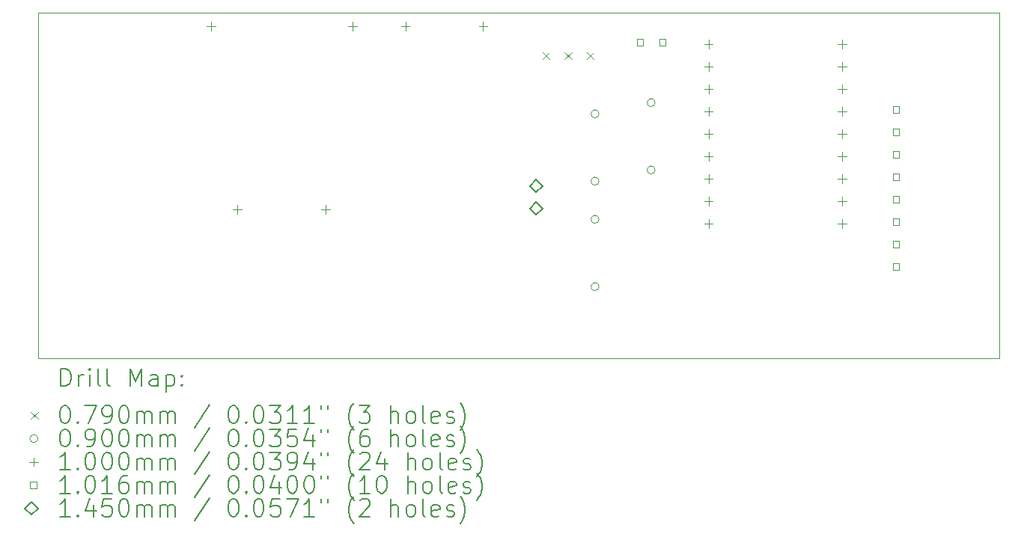
<source format=gbr>
%TF.GenerationSoftware,KiCad,Pcbnew,9.0.6*%
%TF.CreationDate,2026-01-09T06:41:58-06:00*%
%TF.ProjectId,weather_station1,77656174-6865-4725-9f73-746174696f6e,V1.10*%
%TF.SameCoordinates,Original*%
%TF.FileFunction,Drillmap*%
%TF.FilePolarity,Positive*%
%FSLAX45Y45*%
G04 Gerber Fmt 4.5, Leading zero omitted, Abs format (unit mm)*
G04 Created by KiCad (PCBNEW 9.0.6) date 2026-01-09 06:41:58*
%MOMM*%
%LPD*%
G01*
G04 APERTURE LIST*
%ADD10C,0.050000*%
%ADD11C,0.200000*%
%ADD12C,0.100000*%
%ADD13C,0.101600*%
%ADD14C,0.145000*%
G04 APERTURE END LIST*
D10*
X19304000Y-9601200D02*
X19304000Y-13512800D01*
X8432800Y-9601200D02*
X8432800Y-13508000D01*
X19304000Y-13512800D02*
X8432800Y-13508000D01*
X8432800Y-9601200D02*
X19304000Y-9601200D01*
D11*
D12*
X14137700Y-10044300D02*
X14216700Y-10123300D01*
X14216700Y-10044300D02*
X14137700Y-10123300D01*
X14387700Y-10044300D02*
X14466700Y-10123300D01*
X14466700Y-10044300D02*
X14387700Y-10123300D01*
X14637700Y-10044300D02*
X14716700Y-10123300D01*
X14716700Y-10044300D02*
X14637700Y-10123300D01*
X14777000Y-10743200D02*
G75*
G02*
X14687000Y-10743200I-45000J0D01*
G01*
X14687000Y-10743200D02*
G75*
G02*
X14777000Y-10743200I45000J0D01*
G01*
X14777000Y-11505200D02*
G75*
G02*
X14687000Y-11505200I-45000J0D01*
G01*
X14687000Y-11505200D02*
G75*
G02*
X14777000Y-11505200I45000J0D01*
G01*
X14777000Y-11937000D02*
G75*
G02*
X14687000Y-11937000I-45000J0D01*
G01*
X14687000Y-11937000D02*
G75*
G02*
X14777000Y-11937000I45000J0D01*
G01*
X14777000Y-12699000D02*
G75*
G02*
X14687000Y-12699000I-45000J0D01*
G01*
X14687000Y-12699000D02*
G75*
G02*
X14777000Y-12699000I45000J0D01*
G01*
X15412000Y-10616200D02*
G75*
G02*
X15322000Y-10616200I-45000J0D01*
G01*
X15322000Y-10616200D02*
G75*
G02*
X15412000Y-10616200I45000J0D01*
G01*
X15412000Y-11378200D02*
G75*
G02*
X15322000Y-11378200I-45000J0D01*
G01*
X15322000Y-11378200D02*
G75*
G02*
X15412000Y-11378200I45000J0D01*
G01*
X10387200Y-9703600D02*
X10387200Y-9803600D01*
X10337200Y-9753600D02*
X10437200Y-9753600D01*
X10687200Y-11773600D02*
X10687200Y-11873600D01*
X10637200Y-11823600D02*
X10737200Y-11823600D01*
X11687200Y-11773600D02*
X11687200Y-11873600D01*
X11637200Y-11823600D02*
X11737200Y-11823600D01*
X11987200Y-9703600D02*
X11987200Y-9803600D01*
X11937200Y-9753600D02*
X12037200Y-9753600D01*
X12587200Y-9703600D02*
X12587200Y-9803600D01*
X12537200Y-9753600D02*
X12637200Y-9753600D01*
X13467200Y-9703600D02*
X13467200Y-9803600D01*
X13417200Y-9753600D02*
X13517200Y-9753600D01*
X16016000Y-9906800D02*
X16016000Y-10006800D01*
X15966000Y-9956800D02*
X16066000Y-9956800D01*
X16016000Y-10160550D02*
X16016000Y-10260550D01*
X15966000Y-10210550D02*
X16066000Y-10210550D01*
X16016000Y-10414300D02*
X16016000Y-10514300D01*
X15966000Y-10464300D02*
X16066000Y-10464300D01*
X16016000Y-10668050D02*
X16016000Y-10768050D01*
X15966000Y-10718050D02*
X16066000Y-10718050D01*
X16016000Y-10921800D02*
X16016000Y-11021800D01*
X15966000Y-10971800D02*
X16066000Y-10971800D01*
X16016000Y-11175550D02*
X16016000Y-11275550D01*
X15966000Y-11225550D02*
X16066000Y-11225550D01*
X16016000Y-11429300D02*
X16016000Y-11529300D01*
X15966000Y-11479300D02*
X16066000Y-11479300D01*
X16016000Y-11683050D02*
X16016000Y-11783050D01*
X15966000Y-11733050D02*
X16066000Y-11733050D01*
X16016000Y-11936800D02*
X16016000Y-12036800D01*
X15966000Y-11986800D02*
X16066000Y-11986800D01*
X17526000Y-9906800D02*
X17526000Y-10006800D01*
X17476000Y-9956800D02*
X17576000Y-9956800D01*
X17526000Y-10160550D02*
X17526000Y-10260550D01*
X17476000Y-10210550D02*
X17576000Y-10210550D01*
X17526000Y-10414300D02*
X17526000Y-10514300D01*
X17476000Y-10464300D02*
X17576000Y-10464300D01*
X17526000Y-10668050D02*
X17526000Y-10768050D01*
X17476000Y-10718050D02*
X17576000Y-10718050D01*
X17526000Y-10921800D02*
X17526000Y-11021800D01*
X17476000Y-10971800D02*
X17576000Y-10971800D01*
X17526000Y-11175550D02*
X17526000Y-11275550D01*
X17476000Y-11225550D02*
X17576000Y-11225550D01*
X17526000Y-11429300D02*
X17526000Y-11529300D01*
X17476000Y-11479300D02*
X17576000Y-11479300D01*
X17526000Y-11683050D02*
X17526000Y-11783050D01*
X17476000Y-11733050D02*
X17576000Y-11733050D01*
X17526000Y-11936800D02*
X17526000Y-12036800D01*
X17476000Y-11986800D02*
X17576000Y-11986800D01*
D13*
X15275921Y-9967321D02*
X15275921Y-9895479D01*
X15204079Y-9895479D01*
X15204079Y-9967321D01*
X15275921Y-9967321D01*
X15529921Y-9967321D02*
X15529921Y-9895479D01*
X15458079Y-9895479D01*
X15458079Y-9967321D01*
X15529921Y-9967321D01*
X18171521Y-10729321D02*
X18171521Y-10657479D01*
X18099679Y-10657479D01*
X18099679Y-10729321D01*
X18171521Y-10729321D01*
X18171521Y-10983321D02*
X18171521Y-10911479D01*
X18099679Y-10911479D01*
X18099679Y-10983321D01*
X18171521Y-10983321D01*
X18171521Y-11237321D02*
X18171521Y-11165479D01*
X18099679Y-11165479D01*
X18099679Y-11237321D01*
X18171521Y-11237321D01*
X18171521Y-11491321D02*
X18171521Y-11419479D01*
X18099679Y-11419479D01*
X18099679Y-11491321D01*
X18171521Y-11491321D01*
X18171521Y-11745321D02*
X18171521Y-11673479D01*
X18099679Y-11673479D01*
X18099679Y-11745321D01*
X18171521Y-11745321D01*
X18171521Y-11999321D02*
X18171521Y-11927479D01*
X18099679Y-11927479D01*
X18099679Y-11999321D01*
X18171521Y-11999321D01*
X18171521Y-12253321D02*
X18171521Y-12181479D01*
X18099679Y-12181479D01*
X18099679Y-12253321D01*
X18171521Y-12253321D01*
X18171521Y-12507321D02*
X18171521Y-12435479D01*
X18099679Y-12435479D01*
X18099679Y-12507321D01*
X18171521Y-12507321D01*
D14*
X14066600Y-11633775D02*
X14139100Y-11561275D01*
X14066600Y-11488775D01*
X13994100Y-11561275D01*
X14066600Y-11633775D01*
X14066600Y-11887775D02*
X14139100Y-11815275D01*
X14066600Y-11742775D01*
X13994100Y-11815275D01*
X14066600Y-11887775D01*
D11*
X8691077Y-13826784D02*
X8691077Y-13626784D01*
X8691077Y-13626784D02*
X8738696Y-13626784D01*
X8738696Y-13626784D02*
X8767267Y-13636308D01*
X8767267Y-13636308D02*
X8786315Y-13655355D01*
X8786315Y-13655355D02*
X8795839Y-13674403D01*
X8795839Y-13674403D02*
X8805363Y-13712498D01*
X8805363Y-13712498D02*
X8805363Y-13741069D01*
X8805363Y-13741069D02*
X8795839Y-13779165D01*
X8795839Y-13779165D02*
X8786315Y-13798212D01*
X8786315Y-13798212D02*
X8767267Y-13817260D01*
X8767267Y-13817260D02*
X8738696Y-13826784D01*
X8738696Y-13826784D02*
X8691077Y-13826784D01*
X8891077Y-13826784D02*
X8891077Y-13693450D01*
X8891077Y-13731546D02*
X8900601Y-13712498D01*
X8900601Y-13712498D02*
X8910124Y-13702974D01*
X8910124Y-13702974D02*
X8929172Y-13693450D01*
X8929172Y-13693450D02*
X8948220Y-13693450D01*
X9014886Y-13826784D02*
X9014886Y-13693450D01*
X9014886Y-13626784D02*
X9005363Y-13636308D01*
X9005363Y-13636308D02*
X9014886Y-13645831D01*
X9014886Y-13645831D02*
X9024410Y-13636308D01*
X9024410Y-13636308D02*
X9014886Y-13626784D01*
X9014886Y-13626784D02*
X9014886Y-13645831D01*
X9138696Y-13826784D02*
X9119648Y-13817260D01*
X9119648Y-13817260D02*
X9110124Y-13798212D01*
X9110124Y-13798212D02*
X9110124Y-13626784D01*
X9243458Y-13826784D02*
X9224410Y-13817260D01*
X9224410Y-13817260D02*
X9214886Y-13798212D01*
X9214886Y-13798212D02*
X9214886Y-13626784D01*
X9472029Y-13826784D02*
X9472029Y-13626784D01*
X9472029Y-13626784D02*
X9538696Y-13769641D01*
X9538696Y-13769641D02*
X9605363Y-13626784D01*
X9605363Y-13626784D02*
X9605363Y-13826784D01*
X9786315Y-13826784D02*
X9786315Y-13722022D01*
X9786315Y-13722022D02*
X9776791Y-13702974D01*
X9776791Y-13702974D02*
X9757744Y-13693450D01*
X9757744Y-13693450D02*
X9719648Y-13693450D01*
X9719648Y-13693450D02*
X9700601Y-13702974D01*
X9786315Y-13817260D02*
X9767267Y-13826784D01*
X9767267Y-13826784D02*
X9719648Y-13826784D01*
X9719648Y-13826784D02*
X9700601Y-13817260D01*
X9700601Y-13817260D02*
X9691077Y-13798212D01*
X9691077Y-13798212D02*
X9691077Y-13779165D01*
X9691077Y-13779165D02*
X9700601Y-13760117D01*
X9700601Y-13760117D02*
X9719648Y-13750593D01*
X9719648Y-13750593D02*
X9767267Y-13750593D01*
X9767267Y-13750593D02*
X9786315Y-13741069D01*
X9881553Y-13693450D02*
X9881553Y-13893450D01*
X9881553Y-13702974D02*
X9900601Y-13693450D01*
X9900601Y-13693450D02*
X9938696Y-13693450D01*
X9938696Y-13693450D02*
X9957744Y-13702974D01*
X9957744Y-13702974D02*
X9967267Y-13712498D01*
X9967267Y-13712498D02*
X9976791Y-13731546D01*
X9976791Y-13731546D02*
X9976791Y-13788688D01*
X9976791Y-13788688D02*
X9967267Y-13807736D01*
X9967267Y-13807736D02*
X9957744Y-13817260D01*
X9957744Y-13817260D02*
X9938696Y-13826784D01*
X9938696Y-13826784D02*
X9900601Y-13826784D01*
X9900601Y-13826784D02*
X9881553Y-13817260D01*
X10062505Y-13807736D02*
X10072029Y-13817260D01*
X10072029Y-13817260D02*
X10062505Y-13826784D01*
X10062505Y-13826784D02*
X10052982Y-13817260D01*
X10052982Y-13817260D02*
X10062505Y-13807736D01*
X10062505Y-13807736D02*
X10062505Y-13826784D01*
X10062505Y-13702974D02*
X10072029Y-13712498D01*
X10072029Y-13712498D02*
X10062505Y-13722022D01*
X10062505Y-13722022D02*
X10052982Y-13712498D01*
X10052982Y-13712498D02*
X10062505Y-13702974D01*
X10062505Y-13702974D02*
X10062505Y-13722022D01*
D12*
X8351300Y-14115800D02*
X8430300Y-14194800D01*
X8430300Y-14115800D02*
X8351300Y-14194800D01*
D11*
X8729172Y-14046784D02*
X8748220Y-14046784D01*
X8748220Y-14046784D02*
X8767267Y-14056308D01*
X8767267Y-14056308D02*
X8776791Y-14065831D01*
X8776791Y-14065831D02*
X8786315Y-14084879D01*
X8786315Y-14084879D02*
X8795839Y-14122974D01*
X8795839Y-14122974D02*
X8795839Y-14170593D01*
X8795839Y-14170593D02*
X8786315Y-14208688D01*
X8786315Y-14208688D02*
X8776791Y-14227736D01*
X8776791Y-14227736D02*
X8767267Y-14237260D01*
X8767267Y-14237260D02*
X8748220Y-14246784D01*
X8748220Y-14246784D02*
X8729172Y-14246784D01*
X8729172Y-14246784D02*
X8710124Y-14237260D01*
X8710124Y-14237260D02*
X8700601Y-14227736D01*
X8700601Y-14227736D02*
X8691077Y-14208688D01*
X8691077Y-14208688D02*
X8681553Y-14170593D01*
X8681553Y-14170593D02*
X8681553Y-14122974D01*
X8681553Y-14122974D02*
X8691077Y-14084879D01*
X8691077Y-14084879D02*
X8700601Y-14065831D01*
X8700601Y-14065831D02*
X8710124Y-14056308D01*
X8710124Y-14056308D02*
X8729172Y-14046784D01*
X8881553Y-14227736D02*
X8891077Y-14237260D01*
X8891077Y-14237260D02*
X8881553Y-14246784D01*
X8881553Y-14246784D02*
X8872029Y-14237260D01*
X8872029Y-14237260D02*
X8881553Y-14227736D01*
X8881553Y-14227736D02*
X8881553Y-14246784D01*
X8957744Y-14046784D02*
X9091077Y-14046784D01*
X9091077Y-14046784D02*
X9005363Y-14246784D01*
X9176791Y-14246784D02*
X9214886Y-14246784D01*
X9214886Y-14246784D02*
X9233934Y-14237260D01*
X9233934Y-14237260D02*
X9243458Y-14227736D01*
X9243458Y-14227736D02*
X9262505Y-14199165D01*
X9262505Y-14199165D02*
X9272029Y-14161069D01*
X9272029Y-14161069D02*
X9272029Y-14084879D01*
X9272029Y-14084879D02*
X9262505Y-14065831D01*
X9262505Y-14065831D02*
X9252982Y-14056308D01*
X9252982Y-14056308D02*
X9233934Y-14046784D01*
X9233934Y-14046784D02*
X9195839Y-14046784D01*
X9195839Y-14046784D02*
X9176791Y-14056308D01*
X9176791Y-14056308D02*
X9167267Y-14065831D01*
X9167267Y-14065831D02*
X9157744Y-14084879D01*
X9157744Y-14084879D02*
X9157744Y-14132498D01*
X9157744Y-14132498D02*
X9167267Y-14151546D01*
X9167267Y-14151546D02*
X9176791Y-14161069D01*
X9176791Y-14161069D02*
X9195839Y-14170593D01*
X9195839Y-14170593D02*
X9233934Y-14170593D01*
X9233934Y-14170593D02*
X9252982Y-14161069D01*
X9252982Y-14161069D02*
X9262505Y-14151546D01*
X9262505Y-14151546D02*
X9272029Y-14132498D01*
X9395839Y-14046784D02*
X9414886Y-14046784D01*
X9414886Y-14046784D02*
X9433934Y-14056308D01*
X9433934Y-14056308D02*
X9443458Y-14065831D01*
X9443458Y-14065831D02*
X9452982Y-14084879D01*
X9452982Y-14084879D02*
X9462505Y-14122974D01*
X9462505Y-14122974D02*
X9462505Y-14170593D01*
X9462505Y-14170593D02*
X9452982Y-14208688D01*
X9452982Y-14208688D02*
X9443458Y-14227736D01*
X9443458Y-14227736D02*
X9433934Y-14237260D01*
X9433934Y-14237260D02*
X9414886Y-14246784D01*
X9414886Y-14246784D02*
X9395839Y-14246784D01*
X9395839Y-14246784D02*
X9376791Y-14237260D01*
X9376791Y-14237260D02*
X9367267Y-14227736D01*
X9367267Y-14227736D02*
X9357744Y-14208688D01*
X9357744Y-14208688D02*
X9348220Y-14170593D01*
X9348220Y-14170593D02*
X9348220Y-14122974D01*
X9348220Y-14122974D02*
X9357744Y-14084879D01*
X9357744Y-14084879D02*
X9367267Y-14065831D01*
X9367267Y-14065831D02*
X9376791Y-14056308D01*
X9376791Y-14056308D02*
X9395839Y-14046784D01*
X9548220Y-14246784D02*
X9548220Y-14113450D01*
X9548220Y-14132498D02*
X9557744Y-14122974D01*
X9557744Y-14122974D02*
X9576791Y-14113450D01*
X9576791Y-14113450D02*
X9605363Y-14113450D01*
X9605363Y-14113450D02*
X9624410Y-14122974D01*
X9624410Y-14122974D02*
X9633934Y-14142022D01*
X9633934Y-14142022D02*
X9633934Y-14246784D01*
X9633934Y-14142022D02*
X9643458Y-14122974D01*
X9643458Y-14122974D02*
X9662505Y-14113450D01*
X9662505Y-14113450D02*
X9691077Y-14113450D01*
X9691077Y-14113450D02*
X9710125Y-14122974D01*
X9710125Y-14122974D02*
X9719648Y-14142022D01*
X9719648Y-14142022D02*
X9719648Y-14246784D01*
X9814886Y-14246784D02*
X9814886Y-14113450D01*
X9814886Y-14132498D02*
X9824410Y-14122974D01*
X9824410Y-14122974D02*
X9843458Y-14113450D01*
X9843458Y-14113450D02*
X9872029Y-14113450D01*
X9872029Y-14113450D02*
X9891077Y-14122974D01*
X9891077Y-14122974D02*
X9900601Y-14142022D01*
X9900601Y-14142022D02*
X9900601Y-14246784D01*
X9900601Y-14142022D02*
X9910125Y-14122974D01*
X9910125Y-14122974D02*
X9929172Y-14113450D01*
X9929172Y-14113450D02*
X9957744Y-14113450D01*
X9957744Y-14113450D02*
X9976791Y-14122974D01*
X9976791Y-14122974D02*
X9986315Y-14142022D01*
X9986315Y-14142022D02*
X9986315Y-14246784D01*
X10376791Y-14037260D02*
X10205363Y-14294403D01*
X10633934Y-14046784D02*
X10652982Y-14046784D01*
X10652982Y-14046784D02*
X10672029Y-14056308D01*
X10672029Y-14056308D02*
X10681553Y-14065831D01*
X10681553Y-14065831D02*
X10691077Y-14084879D01*
X10691077Y-14084879D02*
X10700601Y-14122974D01*
X10700601Y-14122974D02*
X10700601Y-14170593D01*
X10700601Y-14170593D02*
X10691077Y-14208688D01*
X10691077Y-14208688D02*
X10681553Y-14227736D01*
X10681553Y-14227736D02*
X10672029Y-14237260D01*
X10672029Y-14237260D02*
X10652982Y-14246784D01*
X10652982Y-14246784D02*
X10633934Y-14246784D01*
X10633934Y-14246784D02*
X10614887Y-14237260D01*
X10614887Y-14237260D02*
X10605363Y-14227736D01*
X10605363Y-14227736D02*
X10595839Y-14208688D01*
X10595839Y-14208688D02*
X10586315Y-14170593D01*
X10586315Y-14170593D02*
X10586315Y-14122974D01*
X10586315Y-14122974D02*
X10595839Y-14084879D01*
X10595839Y-14084879D02*
X10605363Y-14065831D01*
X10605363Y-14065831D02*
X10614887Y-14056308D01*
X10614887Y-14056308D02*
X10633934Y-14046784D01*
X10786315Y-14227736D02*
X10795839Y-14237260D01*
X10795839Y-14237260D02*
X10786315Y-14246784D01*
X10786315Y-14246784D02*
X10776791Y-14237260D01*
X10776791Y-14237260D02*
X10786315Y-14227736D01*
X10786315Y-14227736D02*
X10786315Y-14246784D01*
X10919648Y-14046784D02*
X10938696Y-14046784D01*
X10938696Y-14046784D02*
X10957744Y-14056308D01*
X10957744Y-14056308D02*
X10967268Y-14065831D01*
X10967268Y-14065831D02*
X10976791Y-14084879D01*
X10976791Y-14084879D02*
X10986315Y-14122974D01*
X10986315Y-14122974D02*
X10986315Y-14170593D01*
X10986315Y-14170593D02*
X10976791Y-14208688D01*
X10976791Y-14208688D02*
X10967268Y-14227736D01*
X10967268Y-14227736D02*
X10957744Y-14237260D01*
X10957744Y-14237260D02*
X10938696Y-14246784D01*
X10938696Y-14246784D02*
X10919648Y-14246784D01*
X10919648Y-14246784D02*
X10900601Y-14237260D01*
X10900601Y-14237260D02*
X10891077Y-14227736D01*
X10891077Y-14227736D02*
X10881553Y-14208688D01*
X10881553Y-14208688D02*
X10872029Y-14170593D01*
X10872029Y-14170593D02*
X10872029Y-14122974D01*
X10872029Y-14122974D02*
X10881553Y-14084879D01*
X10881553Y-14084879D02*
X10891077Y-14065831D01*
X10891077Y-14065831D02*
X10900601Y-14056308D01*
X10900601Y-14056308D02*
X10919648Y-14046784D01*
X11052982Y-14046784D02*
X11176791Y-14046784D01*
X11176791Y-14046784D02*
X11110125Y-14122974D01*
X11110125Y-14122974D02*
X11138696Y-14122974D01*
X11138696Y-14122974D02*
X11157744Y-14132498D01*
X11157744Y-14132498D02*
X11167268Y-14142022D01*
X11167268Y-14142022D02*
X11176791Y-14161069D01*
X11176791Y-14161069D02*
X11176791Y-14208688D01*
X11176791Y-14208688D02*
X11167268Y-14227736D01*
X11167268Y-14227736D02*
X11157744Y-14237260D01*
X11157744Y-14237260D02*
X11138696Y-14246784D01*
X11138696Y-14246784D02*
X11081553Y-14246784D01*
X11081553Y-14246784D02*
X11062506Y-14237260D01*
X11062506Y-14237260D02*
X11052982Y-14227736D01*
X11367267Y-14246784D02*
X11252982Y-14246784D01*
X11310125Y-14246784D02*
X11310125Y-14046784D01*
X11310125Y-14046784D02*
X11291077Y-14075355D01*
X11291077Y-14075355D02*
X11272029Y-14094403D01*
X11272029Y-14094403D02*
X11252982Y-14103927D01*
X11557744Y-14246784D02*
X11443458Y-14246784D01*
X11500601Y-14246784D02*
X11500601Y-14046784D01*
X11500601Y-14046784D02*
X11481553Y-14075355D01*
X11481553Y-14075355D02*
X11462506Y-14094403D01*
X11462506Y-14094403D02*
X11443458Y-14103927D01*
X11633934Y-14046784D02*
X11633934Y-14084879D01*
X11710125Y-14046784D02*
X11710125Y-14084879D01*
X12005363Y-14322974D02*
X11995839Y-14313450D01*
X11995839Y-14313450D02*
X11976791Y-14284879D01*
X11976791Y-14284879D02*
X11967268Y-14265831D01*
X11967268Y-14265831D02*
X11957744Y-14237260D01*
X11957744Y-14237260D02*
X11948220Y-14189641D01*
X11948220Y-14189641D02*
X11948220Y-14151546D01*
X11948220Y-14151546D02*
X11957744Y-14103927D01*
X11957744Y-14103927D02*
X11967268Y-14075355D01*
X11967268Y-14075355D02*
X11976791Y-14056308D01*
X11976791Y-14056308D02*
X11995839Y-14027736D01*
X11995839Y-14027736D02*
X12005363Y-14018212D01*
X12062506Y-14046784D02*
X12186315Y-14046784D01*
X12186315Y-14046784D02*
X12119648Y-14122974D01*
X12119648Y-14122974D02*
X12148220Y-14122974D01*
X12148220Y-14122974D02*
X12167268Y-14132498D01*
X12167268Y-14132498D02*
X12176791Y-14142022D01*
X12176791Y-14142022D02*
X12186315Y-14161069D01*
X12186315Y-14161069D02*
X12186315Y-14208688D01*
X12186315Y-14208688D02*
X12176791Y-14227736D01*
X12176791Y-14227736D02*
X12167268Y-14237260D01*
X12167268Y-14237260D02*
X12148220Y-14246784D01*
X12148220Y-14246784D02*
X12091077Y-14246784D01*
X12091077Y-14246784D02*
X12072029Y-14237260D01*
X12072029Y-14237260D02*
X12062506Y-14227736D01*
X12424410Y-14246784D02*
X12424410Y-14046784D01*
X12510125Y-14246784D02*
X12510125Y-14142022D01*
X12510125Y-14142022D02*
X12500601Y-14122974D01*
X12500601Y-14122974D02*
X12481553Y-14113450D01*
X12481553Y-14113450D02*
X12452982Y-14113450D01*
X12452982Y-14113450D02*
X12433934Y-14122974D01*
X12433934Y-14122974D02*
X12424410Y-14132498D01*
X12633934Y-14246784D02*
X12614887Y-14237260D01*
X12614887Y-14237260D02*
X12605363Y-14227736D01*
X12605363Y-14227736D02*
X12595839Y-14208688D01*
X12595839Y-14208688D02*
X12595839Y-14151546D01*
X12595839Y-14151546D02*
X12605363Y-14132498D01*
X12605363Y-14132498D02*
X12614887Y-14122974D01*
X12614887Y-14122974D02*
X12633934Y-14113450D01*
X12633934Y-14113450D02*
X12662506Y-14113450D01*
X12662506Y-14113450D02*
X12681553Y-14122974D01*
X12681553Y-14122974D02*
X12691077Y-14132498D01*
X12691077Y-14132498D02*
X12700601Y-14151546D01*
X12700601Y-14151546D02*
X12700601Y-14208688D01*
X12700601Y-14208688D02*
X12691077Y-14227736D01*
X12691077Y-14227736D02*
X12681553Y-14237260D01*
X12681553Y-14237260D02*
X12662506Y-14246784D01*
X12662506Y-14246784D02*
X12633934Y-14246784D01*
X12814887Y-14246784D02*
X12795839Y-14237260D01*
X12795839Y-14237260D02*
X12786315Y-14218212D01*
X12786315Y-14218212D02*
X12786315Y-14046784D01*
X12967268Y-14237260D02*
X12948220Y-14246784D01*
X12948220Y-14246784D02*
X12910125Y-14246784D01*
X12910125Y-14246784D02*
X12891077Y-14237260D01*
X12891077Y-14237260D02*
X12881553Y-14218212D01*
X12881553Y-14218212D02*
X12881553Y-14142022D01*
X12881553Y-14142022D02*
X12891077Y-14122974D01*
X12891077Y-14122974D02*
X12910125Y-14113450D01*
X12910125Y-14113450D02*
X12948220Y-14113450D01*
X12948220Y-14113450D02*
X12967268Y-14122974D01*
X12967268Y-14122974D02*
X12976791Y-14142022D01*
X12976791Y-14142022D02*
X12976791Y-14161069D01*
X12976791Y-14161069D02*
X12881553Y-14180117D01*
X13052982Y-14237260D02*
X13072030Y-14246784D01*
X13072030Y-14246784D02*
X13110125Y-14246784D01*
X13110125Y-14246784D02*
X13129172Y-14237260D01*
X13129172Y-14237260D02*
X13138696Y-14218212D01*
X13138696Y-14218212D02*
X13138696Y-14208688D01*
X13138696Y-14208688D02*
X13129172Y-14189641D01*
X13129172Y-14189641D02*
X13110125Y-14180117D01*
X13110125Y-14180117D02*
X13081553Y-14180117D01*
X13081553Y-14180117D02*
X13062506Y-14170593D01*
X13062506Y-14170593D02*
X13052982Y-14151546D01*
X13052982Y-14151546D02*
X13052982Y-14142022D01*
X13052982Y-14142022D02*
X13062506Y-14122974D01*
X13062506Y-14122974D02*
X13081553Y-14113450D01*
X13081553Y-14113450D02*
X13110125Y-14113450D01*
X13110125Y-14113450D02*
X13129172Y-14122974D01*
X13205363Y-14322974D02*
X13214887Y-14313450D01*
X13214887Y-14313450D02*
X13233934Y-14284879D01*
X13233934Y-14284879D02*
X13243458Y-14265831D01*
X13243458Y-14265831D02*
X13252982Y-14237260D01*
X13252982Y-14237260D02*
X13262506Y-14189641D01*
X13262506Y-14189641D02*
X13262506Y-14151546D01*
X13262506Y-14151546D02*
X13252982Y-14103927D01*
X13252982Y-14103927D02*
X13243458Y-14075355D01*
X13243458Y-14075355D02*
X13233934Y-14056308D01*
X13233934Y-14056308D02*
X13214887Y-14027736D01*
X13214887Y-14027736D02*
X13205363Y-14018212D01*
D12*
X8430300Y-14419300D02*
G75*
G02*
X8340300Y-14419300I-45000J0D01*
G01*
X8340300Y-14419300D02*
G75*
G02*
X8430300Y-14419300I45000J0D01*
G01*
D11*
X8729172Y-14310784D02*
X8748220Y-14310784D01*
X8748220Y-14310784D02*
X8767267Y-14320308D01*
X8767267Y-14320308D02*
X8776791Y-14329831D01*
X8776791Y-14329831D02*
X8786315Y-14348879D01*
X8786315Y-14348879D02*
X8795839Y-14386974D01*
X8795839Y-14386974D02*
X8795839Y-14434593D01*
X8795839Y-14434593D02*
X8786315Y-14472688D01*
X8786315Y-14472688D02*
X8776791Y-14491736D01*
X8776791Y-14491736D02*
X8767267Y-14501260D01*
X8767267Y-14501260D02*
X8748220Y-14510784D01*
X8748220Y-14510784D02*
X8729172Y-14510784D01*
X8729172Y-14510784D02*
X8710124Y-14501260D01*
X8710124Y-14501260D02*
X8700601Y-14491736D01*
X8700601Y-14491736D02*
X8691077Y-14472688D01*
X8691077Y-14472688D02*
X8681553Y-14434593D01*
X8681553Y-14434593D02*
X8681553Y-14386974D01*
X8681553Y-14386974D02*
X8691077Y-14348879D01*
X8691077Y-14348879D02*
X8700601Y-14329831D01*
X8700601Y-14329831D02*
X8710124Y-14320308D01*
X8710124Y-14320308D02*
X8729172Y-14310784D01*
X8881553Y-14491736D02*
X8891077Y-14501260D01*
X8891077Y-14501260D02*
X8881553Y-14510784D01*
X8881553Y-14510784D02*
X8872029Y-14501260D01*
X8872029Y-14501260D02*
X8881553Y-14491736D01*
X8881553Y-14491736D02*
X8881553Y-14510784D01*
X8986315Y-14510784D02*
X9024410Y-14510784D01*
X9024410Y-14510784D02*
X9043458Y-14501260D01*
X9043458Y-14501260D02*
X9052982Y-14491736D01*
X9052982Y-14491736D02*
X9072029Y-14463165D01*
X9072029Y-14463165D02*
X9081553Y-14425069D01*
X9081553Y-14425069D02*
X9081553Y-14348879D01*
X9081553Y-14348879D02*
X9072029Y-14329831D01*
X9072029Y-14329831D02*
X9062505Y-14320308D01*
X9062505Y-14320308D02*
X9043458Y-14310784D01*
X9043458Y-14310784D02*
X9005363Y-14310784D01*
X9005363Y-14310784D02*
X8986315Y-14320308D01*
X8986315Y-14320308D02*
X8976791Y-14329831D01*
X8976791Y-14329831D02*
X8967267Y-14348879D01*
X8967267Y-14348879D02*
X8967267Y-14396498D01*
X8967267Y-14396498D02*
X8976791Y-14415546D01*
X8976791Y-14415546D02*
X8986315Y-14425069D01*
X8986315Y-14425069D02*
X9005363Y-14434593D01*
X9005363Y-14434593D02*
X9043458Y-14434593D01*
X9043458Y-14434593D02*
X9062505Y-14425069D01*
X9062505Y-14425069D02*
X9072029Y-14415546D01*
X9072029Y-14415546D02*
X9081553Y-14396498D01*
X9205363Y-14310784D02*
X9224410Y-14310784D01*
X9224410Y-14310784D02*
X9243458Y-14320308D01*
X9243458Y-14320308D02*
X9252982Y-14329831D01*
X9252982Y-14329831D02*
X9262505Y-14348879D01*
X9262505Y-14348879D02*
X9272029Y-14386974D01*
X9272029Y-14386974D02*
X9272029Y-14434593D01*
X9272029Y-14434593D02*
X9262505Y-14472688D01*
X9262505Y-14472688D02*
X9252982Y-14491736D01*
X9252982Y-14491736D02*
X9243458Y-14501260D01*
X9243458Y-14501260D02*
X9224410Y-14510784D01*
X9224410Y-14510784D02*
X9205363Y-14510784D01*
X9205363Y-14510784D02*
X9186315Y-14501260D01*
X9186315Y-14501260D02*
X9176791Y-14491736D01*
X9176791Y-14491736D02*
X9167267Y-14472688D01*
X9167267Y-14472688D02*
X9157744Y-14434593D01*
X9157744Y-14434593D02*
X9157744Y-14386974D01*
X9157744Y-14386974D02*
X9167267Y-14348879D01*
X9167267Y-14348879D02*
X9176791Y-14329831D01*
X9176791Y-14329831D02*
X9186315Y-14320308D01*
X9186315Y-14320308D02*
X9205363Y-14310784D01*
X9395839Y-14310784D02*
X9414886Y-14310784D01*
X9414886Y-14310784D02*
X9433934Y-14320308D01*
X9433934Y-14320308D02*
X9443458Y-14329831D01*
X9443458Y-14329831D02*
X9452982Y-14348879D01*
X9452982Y-14348879D02*
X9462505Y-14386974D01*
X9462505Y-14386974D02*
X9462505Y-14434593D01*
X9462505Y-14434593D02*
X9452982Y-14472688D01*
X9452982Y-14472688D02*
X9443458Y-14491736D01*
X9443458Y-14491736D02*
X9433934Y-14501260D01*
X9433934Y-14501260D02*
X9414886Y-14510784D01*
X9414886Y-14510784D02*
X9395839Y-14510784D01*
X9395839Y-14510784D02*
X9376791Y-14501260D01*
X9376791Y-14501260D02*
X9367267Y-14491736D01*
X9367267Y-14491736D02*
X9357744Y-14472688D01*
X9357744Y-14472688D02*
X9348220Y-14434593D01*
X9348220Y-14434593D02*
X9348220Y-14386974D01*
X9348220Y-14386974D02*
X9357744Y-14348879D01*
X9357744Y-14348879D02*
X9367267Y-14329831D01*
X9367267Y-14329831D02*
X9376791Y-14320308D01*
X9376791Y-14320308D02*
X9395839Y-14310784D01*
X9548220Y-14510784D02*
X9548220Y-14377450D01*
X9548220Y-14396498D02*
X9557744Y-14386974D01*
X9557744Y-14386974D02*
X9576791Y-14377450D01*
X9576791Y-14377450D02*
X9605363Y-14377450D01*
X9605363Y-14377450D02*
X9624410Y-14386974D01*
X9624410Y-14386974D02*
X9633934Y-14406022D01*
X9633934Y-14406022D02*
X9633934Y-14510784D01*
X9633934Y-14406022D02*
X9643458Y-14386974D01*
X9643458Y-14386974D02*
X9662505Y-14377450D01*
X9662505Y-14377450D02*
X9691077Y-14377450D01*
X9691077Y-14377450D02*
X9710125Y-14386974D01*
X9710125Y-14386974D02*
X9719648Y-14406022D01*
X9719648Y-14406022D02*
X9719648Y-14510784D01*
X9814886Y-14510784D02*
X9814886Y-14377450D01*
X9814886Y-14396498D02*
X9824410Y-14386974D01*
X9824410Y-14386974D02*
X9843458Y-14377450D01*
X9843458Y-14377450D02*
X9872029Y-14377450D01*
X9872029Y-14377450D02*
X9891077Y-14386974D01*
X9891077Y-14386974D02*
X9900601Y-14406022D01*
X9900601Y-14406022D02*
X9900601Y-14510784D01*
X9900601Y-14406022D02*
X9910125Y-14386974D01*
X9910125Y-14386974D02*
X9929172Y-14377450D01*
X9929172Y-14377450D02*
X9957744Y-14377450D01*
X9957744Y-14377450D02*
X9976791Y-14386974D01*
X9976791Y-14386974D02*
X9986315Y-14406022D01*
X9986315Y-14406022D02*
X9986315Y-14510784D01*
X10376791Y-14301260D02*
X10205363Y-14558403D01*
X10633934Y-14310784D02*
X10652982Y-14310784D01*
X10652982Y-14310784D02*
X10672029Y-14320308D01*
X10672029Y-14320308D02*
X10681553Y-14329831D01*
X10681553Y-14329831D02*
X10691077Y-14348879D01*
X10691077Y-14348879D02*
X10700601Y-14386974D01*
X10700601Y-14386974D02*
X10700601Y-14434593D01*
X10700601Y-14434593D02*
X10691077Y-14472688D01*
X10691077Y-14472688D02*
X10681553Y-14491736D01*
X10681553Y-14491736D02*
X10672029Y-14501260D01*
X10672029Y-14501260D02*
X10652982Y-14510784D01*
X10652982Y-14510784D02*
X10633934Y-14510784D01*
X10633934Y-14510784D02*
X10614887Y-14501260D01*
X10614887Y-14501260D02*
X10605363Y-14491736D01*
X10605363Y-14491736D02*
X10595839Y-14472688D01*
X10595839Y-14472688D02*
X10586315Y-14434593D01*
X10586315Y-14434593D02*
X10586315Y-14386974D01*
X10586315Y-14386974D02*
X10595839Y-14348879D01*
X10595839Y-14348879D02*
X10605363Y-14329831D01*
X10605363Y-14329831D02*
X10614887Y-14320308D01*
X10614887Y-14320308D02*
X10633934Y-14310784D01*
X10786315Y-14491736D02*
X10795839Y-14501260D01*
X10795839Y-14501260D02*
X10786315Y-14510784D01*
X10786315Y-14510784D02*
X10776791Y-14501260D01*
X10776791Y-14501260D02*
X10786315Y-14491736D01*
X10786315Y-14491736D02*
X10786315Y-14510784D01*
X10919648Y-14310784D02*
X10938696Y-14310784D01*
X10938696Y-14310784D02*
X10957744Y-14320308D01*
X10957744Y-14320308D02*
X10967268Y-14329831D01*
X10967268Y-14329831D02*
X10976791Y-14348879D01*
X10976791Y-14348879D02*
X10986315Y-14386974D01*
X10986315Y-14386974D02*
X10986315Y-14434593D01*
X10986315Y-14434593D02*
X10976791Y-14472688D01*
X10976791Y-14472688D02*
X10967268Y-14491736D01*
X10967268Y-14491736D02*
X10957744Y-14501260D01*
X10957744Y-14501260D02*
X10938696Y-14510784D01*
X10938696Y-14510784D02*
X10919648Y-14510784D01*
X10919648Y-14510784D02*
X10900601Y-14501260D01*
X10900601Y-14501260D02*
X10891077Y-14491736D01*
X10891077Y-14491736D02*
X10881553Y-14472688D01*
X10881553Y-14472688D02*
X10872029Y-14434593D01*
X10872029Y-14434593D02*
X10872029Y-14386974D01*
X10872029Y-14386974D02*
X10881553Y-14348879D01*
X10881553Y-14348879D02*
X10891077Y-14329831D01*
X10891077Y-14329831D02*
X10900601Y-14320308D01*
X10900601Y-14320308D02*
X10919648Y-14310784D01*
X11052982Y-14310784D02*
X11176791Y-14310784D01*
X11176791Y-14310784D02*
X11110125Y-14386974D01*
X11110125Y-14386974D02*
X11138696Y-14386974D01*
X11138696Y-14386974D02*
X11157744Y-14396498D01*
X11157744Y-14396498D02*
X11167268Y-14406022D01*
X11167268Y-14406022D02*
X11176791Y-14425069D01*
X11176791Y-14425069D02*
X11176791Y-14472688D01*
X11176791Y-14472688D02*
X11167268Y-14491736D01*
X11167268Y-14491736D02*
X11157744Y-14501260D01*
X11157744Y-14501260D02*
X11138696Y-14510784D01*
X11138696Y-14510784D02*
X11081553Y-14510784D01*
X11081553Y-14510784D02*
X11062506Y-14501260D01*
X11062506Y-14501260D02*
X11052982Y-14491736D01*
X11357744Y-14310784D02*
X11262506Y-14310784D01*
X11262506Y-14310784D02*
X11252982Y-14406022D01*
X11252982Y-14406022D02*
X11262506Y-14396498D01*
X11262506Y-14396498D02*
X11281553Y-14386974D01*
X11281553Y-14386974D02*
X11329172Y-14386974D01*
X11329172Y-14386974D02*
X11348220Y-14396498D01*
X11348220Y-14396498D02*
X11357744Y-14406022D01*
X11357744Y-14406022D02*
X11367267Y-14425069D01*
X11367267Y-14425069D02*
X11367267Y-14472688D01*
X11367267Y-14472688D02*
X11357744Y-14491736D01*
X11357744Y-14491736D02*
X11348220Y-14501260D01*
X11348220Y-14501260D02*
X11329172Y-14510784D01*
X11329172Y-14510784D02*
X11281553Y-14510784D01*
X11281553Y-14510784D02*
X11262506Y-14501260D01*
X11262506Y-14501260D02*
X11252982Y-14491736D01*
X11538696Y-14377450D02*
X11538696Y-14510784D01*
X11491077Y-14301260D02*
X11443458Y-14444117D01*
X11443458Y-14444117D02*
X11567267Y-14444117D01*
X11633934Y-14310784D02*
X11633934Y-14348879D01*
X11710125Y-14310784D02*
X11710125Y-14348879D01*
X12005363Y-14586974D02*
X11995839Y-14577450D01*
X11995839Y-14577450D02*
X11976791Y-14548879D01*
X11976791Y-14548879D02*
X11967268Y-14529831D01*
X11967268Y-14529831D02*
X11957744Y-14501260D01*
X11957744Y-14501260D02*
X11948220Y-14453641D01*
X11948220Y-14453641D02*
X11948220Y-14415546D01*
X11948220Y-14415546D02*
X11957744Y-14367927D01*
X11957744Y-14367927D02*
X11967268Y-14339355D01*
X11967268Y-14339355D02*
X11976791Y-14320308D01*
X11976791Y-14320308D02*
X11995839Y-14291736D01*
X11995839Y-14291736D02*
X12005363Y-14282212D01*
X12167268Y-14310784D02*
X12129172Y-14310784D01*
X12129172Y-14310784D02*
X12110125Y-14320308D01*
X12110125Y-14320308D02*
X12100601Y-14329831D01*
X12100601Y-14329831D02*
X12081553Y-14358403D01*
X12081553Y-14358403D02*
X12072029Y-14396498D01*
X12072029Y-14396498D02*
X12072029Y-14472688D01*
X12072029Y-14472688D02*
X12081553Y-14491736D01*
X12081553Y-14491736D02*
X12091077Y-14501260D01*
X12091077Y-14501260D02*
X12110125Y-14510784D01*
X12110125Y-14510784D02*
X12148220Y-14510784D01*
X12148220Y-14510784D02*
X12167268Y-14501260D01*
X12167268Y-14501260D02*
X12176791Y-14491736D01*
X12176791Y-14491736D02*
X12186315Y-14472688D01*
X12186315Y-14472688D02*
X12186315Y-14425069D01*
X12186315Y-14425069D02*
X12176791Y-14406022D01*
X12176791Y-14406022D02*
X12167268Y-14396498D01*
X12167268Y-14396498D02*
X12148220Y-14386974D01*
X12148220Y-14386974D02*
X12110125Y-14386974D01*
X12110125Y-14386974D02*
X12091077Y-14396498D01*
X12091077Y-14396498D02*
X12081553Y-14406022D01*
X12081553Y-14406022D02*
X12072029Y-14425069D01*
X12424410Y-14510784D02*
X12424410Y-14310784D01*
X12510125Y-14510784D02*
X12510125Y-14406022D01*
X12510125Y-14406022D02*
X12500601Y-14386974D01*
X12500601Y-14386974D02*
X12481553Y-14377450D01*
X12481553Y-14377450D02*
X12452982Y-14377450D01*
X12452982Y-14377450D02*
X12433934Y-14386974D01*
X12433934Y-14386974D02*
X12424410Y-14396498D01*
X12633934Y-14510784D02*
X12614887Y-14501260D01*
X12614887Y-14501260D02*
X12605363Y-14491736D01*
X12605363Y-14491736D02*
X12595839Y-14472688D01*
X12595839Y-14472688D02*
X12595839Y-14415546D01*
X12595839Y-14415546D02*
X12605363Y-14396498D01*
X12605363Y-14396498D02*
X12614887Y-14386974D01*
X12614887Y-14386974D02*
X12633934Y-14377450D01*
X12633934Y-14377450D02*
X12662506Y-14377450D01*
X12662506Y-14377450D02*
X12681553Y-14386974D01*
X12681553Y-14386974D02*
X12691077Y-14396498D01*
X12691077Y-14396498D02*
X12700601Y-14415546D01*
X12700601Y-14415546D02*
X12700601Y-14472688D01*
X12700601Y-14472688D02*
X12691077Y-14491736D01*
X12691077Y-14491736D02*
X12681553Y-14501260D01*
X12681553Y-14501260D02*
X12662506Y-14510784D01*
X12662506Y-14510784D02*
X12633934Y-14510784D01*
X12814887Y-14510784D02*
X12795839Y-14501260D01*
X12795839Y-14501260D02*
X12786315Y-14482212D01*
X12786315Y-14482212D02*
X12786315Y-14310784D01*
X12967268Y-14501260D02*
X12948220Y-14510784D01*
X12948220Y-14510784D02*
X12910125Y-14510784D01*
X12910125Y-14510784D02*
X12891077Y-14501260D01*
X12891077Y-14501260D02*
X12881553Y-14482212D01*
X12881553Y-14482212D02*
X12881553Y-14406022D01*
X12881553Y-14406022D02*
X12891077Y-14386974D01*
X12891077Y-14386974D02*
X12910125Y-14377450D01*
X12910125Y-14377450D02*
X12948220Y-14377450D01*
X12948220Y-14377450D02*
X12967268Y-14386974D01*
X12967268Y-14386974D02*
X12976791Y-14406022D01*
X12976791Y-14406022D02*
X12976791Y-14425069D01*
X12976791Y-14425069D02*
X12881553Y-14444117D01*
X13052982Y-14501260D02*
X13072030Y-14510784D01*
X13072030Y-14510784D02*
X13110125Y-14510784D01*
X13110125Y-14510784D02*
X13129172Y-14501260D01*
X13129172Y-14501260D02*
X13138696Y-14482212D01*
X13138696Y-14482212D02*
X13138696Y-14472688D01*
X13138696Y-14472688D02*
X13129172Y-14453641D01*
X13129172Y-14453641D02*
X13110125Y-14444117D01*
X13110125Y-14444117D02*
X13081553Y-14444117D01*
X13081553Y-14444117D02*
X13062506Y-14434593D01*
X13062506Y-14434593D02*
X13052982Y-14415546D01*
X13052982Y-14415546D02*
X13052982Y-14406022D01*
X13052982Y-14406022D02*
X13062506Y-14386974D01*
X13062506Y-14386974D02*
X13081553Y-14377450D01*
X13081553Y-14377450D02*
X13110125Y-14377450D01*
X13110125Y-14377450D02*
X13129172Y-14386974D01*
X13205363Y-14586974D02*
X13214887Y-14577450D01*
X13214887Y-14577450D02*
X13233934Y-14548879D01*
X13233934Y-14548879D02*
X13243458Y-14529831D01*
X13243458Y-14529831D02*
X13252982Y-14501260D01*
X13252982Y-14501260D02*
X13262506Y-14453641D01*
X13262506Y-14453641D02*
X13262506Y-14415546D01*
X13262506Y-14415546D02*
X13252982Y-14367927D01*
X13252982Y-14367927D02*
X13243458Y-14339355D01*
X13243458Y-14339355D02*
X13233934Y-14320308D01*
X13233934Y-14320308D02*
X13214887Y-14291736D01*
X13214887Y-14291736D02*
X13205363Y-14282212D01*
D12*
X8380300Y-14633300D02*
X8380300Y-14733300D01*
X8330300Y-14683300D02*
X8430300Y-14683300D01*
D11*
X8795839Y-14774784D02*
X8681553Y-14774784D01*
X8738696Y-14774784D02*
X8738696Y-14574784D01*
X8738696Y-14574784D02*
X8719648Y-14603355D01*
X8719648Y-14603355D02*
X8700601Y-14622403D01*
X8700601Y-14622403D02*
X8681553Y-14631927D01*
X8881553Y-14755736D02*
X8891077Y-14765260D01*
X8891077Y-14765260D02*
X8881553Y-14774784D01*
X8881553Y-14774784D02*
X8872029Y-14765260D01*
X8872029Y-14765260D02*
X8881553Y-14755736D01*
X8881553Y-14755736D02*
X8881553Y-14774784D01*
X9014886Y-14574784D02*
X9033934Y-14574784D01*
X9033934Y-14574784D02*
X9052982Y-14584308D01*
X9052982Y-14584308D02*
X9062505Y-14593831D01*
X9062505Y-14593831D02*
X9072029Y-14612879D01*
X9072029Y-14612879D02*
X9081553Y-14650974D01*
X9081553Y-14650974D02*
X9081553Y-14698593D01*
X9081553Y-14698593D02*
X9072029Y-14736688D01*
X9072029Y-14736688D02*
X9062505Y-14755736D01*
X9062505Y-14755736D02*
X9052982Y-14765260D01*
X9052982Y-14765260D02*
X9033934Y-14774784D01*
X9033934Y-14774784D02*
X9014886Y-14774784D01*
X9014886Y-14774784D02*
X8995839Y-14765260D01*
X8995839Y-14765260D02*
X8986315Y-14755736D01*
X8986315Y-14755736D02*
X8976791Y-14736688D01*
X8976791Y-14736688D02*
X8967267Y-14698593D01*
X8967267Y-14698593D02*
X8967267Y-14650974D01*
X8967267Y-14650974D02*
X8976791Y-14612879D01*
X8976791Y-14612879D02*
X8986315Y-14593831D01*
X8986315Y-14593831D02*
X8995839Y-14584308D01*
X8995839Y-14584308D02*
X9014886Y-14574784D01*
X9205363Y-14574784D02*
X9224410Y-14574784D01*
X9224410Y-14574784D02*
X9243458Y-14584308D01*
X9243458Y-14584308D02*
X9252982Y-14593831D01*
X9252982Y-14593831D02*
X9262505Y-14612879D01*
X9262505Y-14612879D02*
X9272029Y-14650974D01*
X9272029Y-14650974D02*
X9272029Y-14698593D01*
X9272029Y-14698593D02*
X9262505Y-14736688D01*
X9262505Y-14736688D02*
X9252982Y-14755736D01*
X9252982Y-14755736D02*
X9243458Y-14765260D01*
X9243458Y-14765260D02*
X9224410Y-14774784D01*
X9224410Y-14774784D02*
X9205363Y-14774784D01*
X9205363Y-14774784D02*
X9186315Y-14765260D01*
X9186315Y-14765260D02*
X9176791Y-14755736D01*
X9176791Y-14755736D02*
X9167267Y-14736688D01*
X9167267Y-14736688D02*
X9157744Y-14698593D01*
X9157744Y-14698593D02*
X9157744Y-14650974D01*
X9157744Y-14650974D02*
X9167267Y-14612879D01*
X9167267Y-14612879D02*
X9176791Y-14593831D01*
X9176791Y-14593831D02*
X9186315Y-14584308D01*
X9186315Y-14584308D02*
X9205363Y-14574784D01*
X9395839Y-14574784D02*
X9414886Y-14574784D01*
X9414886Y-14574784D02*
X9433934Y-14584308D01*
X9433934Y-14584308D02*
X9443458Y-14593831D01*
X9443458Y-14593831D02*
X9452982Y-14612879D01*
X9452982Y-14612879D02*
X9462505Y-14650974D01*
X9462505Y-14650974D02*
X9462505Y-14698593D01*
X9462505Y-14698593D02*
X9452982Y-14736688D01*
X9452982Y-14736688D02*
X9443458Y-14755736D01*
X9443458Y-14755736D02*
X9433934Y-14765260D01*
X9433934Y-14765260D02*
X9414886Y-14774784D01*
X9414886Y-14774784D02*
X9395839Y-14774784D01*
X9395839Y-14774784D02*
X9376791Y-14765260D01*
X9376791Y-14765260D02*
X9367267Y-14755736D01*
X9367267Y-14755736D02*
X9357744Y-14736688D01*
X9357744Y-14736688D02*
X9348220Y-14698593D01*
X9348220Y-14698593D02*
X9348220Y-14650974D01*
X9348220Y-14650974D02*
X9357744Y-14612879D01*
X9357744Y-14612879D02*
X9367267Y-14593831D01*
X9367267Y-14593831D02*
X9376791Y-14584308D01*
X9376791Y-14584308D02*
X9395839Y-14574784D01*
X9548220Y-14774784D02*
X9548220Y-14641450D01*
X9548220Y-14660498D02*
X9557744Y-14650974D01*
X9557744Y-14650974D02*
X9576791Y-14641450D01*
X9576791Y-14641450D02*
X9605363Y-14641450D01*
X9605363Y-14641450D02*
X9624410Y-14650974D01*
X9624410Y-14650974D02*
X9633934Y-14670022D01*
X9633934Y-14670022D02*
X9633934Y-14774784D01*
X9633934Y-14670022D02*
X9643458Y-14650974D01*
X9643458Y-14650974D02*
X9662505Y-14641450D01*
X9662505Y-14641450D02*
X9691077Y-14641450D01*
X9691077Y-14641450D02*
X9710125Y-14650974D01*
X9710125Y-14650974D02*
X9719648Y-14670022D01*
X9719648Y-14670022D02*
X9719648Y-14774784D01*
X9814886Y-14774784D02*
X9814886Y-14641450D01*
X9814886Y-14660498D02*
X9824410Y-14650974D01*
X9824410Y-14650974D02*
X9843458Y-14641450D01*
X9843458Y-14641450D02*
X9872029Y-14641450D01*
X9872029Y-14641450D02*
X9891077Y-14650974D01*
X9891077Y-14650974D02*
X9900601Y-14670022D01*
X9900601Y-14670022D02*
X9900601Y-14774784D01*
X9900601Y-14670022D02*
X9910125Y-14650974D01*
X9910125Y-14650974D02*
X9929172Y-14641450D01*
X9929172Y-14641450D02*
X9957744Y-14641450D01*
X9957744Y-14641450D02*
X9976791Y-14650974D01*
X9976791Y-14650974D02*
X9986315Y-14670022D01*
X9986315Y-14670022D02*
X9986315Y-14774784D01*
X10376791Y-14565260D02*
X10205363Y-14822403D01*
X10633934Y-14574784D02*
X10652982Y-14574784D01*
X10652982Y-14574784D02*
X10672029Y-14584308D01*
X10672029Y-14584308D02*
X10681553Y-14593831D01*
X10681553Y-14593831D02*
X10691077Y-14612879D01*
X10691077Y-14612879D02*
X10700601Y-14650974D01*
X10700601Y-14650974D02*
X10700601Y-14698593D01*
X10700601Y-14698593D02*
X10691077Y-14736688D01*
X10691077Y-14736688D02*
X10681553Y-14755736D01*
X10681553Y-14755736D02*
X10672029Y-14765260D01*
X10672029Y-14765260D02*
X10652982Y-14774784D01*
X10652982Y-14774784D02*
X10633934Y-14774784D01*
X10633934Y-14774784D02*
X10614887Y-14765260D01*
X10614887Y-14765260D02*
X10605363Y-14755736D01*
X10605363Y-14755736D02*
X10595839Y-14736688D01*
X10595839Y-14736688D02*
X10586315Y-14698593D01*
X10586315Y-14698593D02*
X10586315Y-14650974D01*
X10586315Y-14650974D02*
X10595839Y-14612879D01*
X10595839Y-14612879D02*
X10605363Y-14593831D01*
X10605363Y-14593831D02*
X10614887Y-14584308D01*
X10614887Y-14584308D02*
X10633934Y-14574784D01*
X10786315Y-14755736D02*
X10795839Y-14765260D01*
X10795839Y-14765260D02*
X10786315Y-14774784D01*
X10786315Y-14774784D02*
X10776791Y-14765260D01*
X10776791Y-14765260D02*
X10786315Y-14755736D01*
X10786315Y-14755736D02*
X10786315Y-14774784D01*
X10919648Y-14574784D02*
X10938696Y-14574784D01*
X10938696Y-14574784D02*
X10957744Y-14584308D01*
X10957744Y-14584308D02*
X10967268Y-14593831D01*
X10967268Y-14593831D02*
X10976791Y-14612879D01*
X10976791Y-14612879D02*
X10986315Y-14650974D01*
X10986315Y-14650974D02*
X10986315Y-14698593D01*
X10986315Y-14698593D02*
X10976791Y-14736688D01*
X10976791Y-14736688D02*
X10967268Y-14755736D01*
X10967268Y-14755736D02*
X10957744Y-14765260D01*
X10957744Y-14765260D02*
X10938696Y-14774784D01*
X10938696Y-14774784D02*
X10919648Y-14774784D01*
X10919648Y-14774784D02*
X10900601Y-14765260D01*
X10900601Y-14765260D02*
X10891077Y-14755736D01*
X10891077Y-14755736D02*
X10881553Y-14736688D01*
X10881553Y-14736688D02*
X10872029Y-14698593D01*
X10872029Y-14698593D02*
X10872029Y-14650974D01*
X10872029Y-14650974D02*
X10881553Y-14612879D01*
X10881553Y-14612879D02*
X10891077Y-14593831D01*
X10891077Y-14593831D02*
X10900601Y-14584308D01*
X10900601Y-14584308D02*
X10919648Y-14574784D01*
X11052982Y-14574784D02*
X11176791Y-14574784D01*
X11176791Y-14574784D02*
X11110125Y-14650974D01*
X11110125Y-14650974D02*
X11138696Y-14650974D01*
X11138696Y-14650974D02*
X11157744Y-14660498D01*
X11157744Y-14660498D02*
X11167268Y-14670022D01*
X11167268Y-14670022D02*
X11176791Y-14689069D01*
X11176791Y-14689069D02*
X11176791Y-14736688D01*
X11176791Y-14736688D02*
X11167268Y-14755736D01*
X11167268Y-14755736D02*
X11157744Y-14765260D01*
X11157744Y-14765260D02*
X11138696Y-14774784D01*
X11138696Y-14774784D02*
X11081553Y-14774784D01*
X11081553Y-14774784D02*
X11062506Y-14765260D01*
X11062506Y-14765260D02*
X11052982Y-14755736D01*
X11272029Y-14774784D02*
X11310125Y-14774784D01*
X11310125Y-14774784D02*
X11329172Y-14765260D01*
X11329172Y-14765260D02*
X11338696Y-14755736D01*
X11338696Y-14755736D02*
X11357744Y-14727165D01*
X11357744Y-14727165D02*
X11367267Y-14689069D01*
X11367267Y-14689069D02*
X11367267Y-14612879D01*
X11367267Y-14612879D02*
X11357744Y-14593831D01*
X11357744Y-14593831D02*
X11348220Y-14584308D01*
X11348220Y-14584308D02*
X11329172Y-14574784D01*
X11329172Y-14574784D02*
X11291077Y-14574784D01*
X11291077Y-14574784D02*
X11272029Y-14584308D01*
X11272029Y-14584308D02*
X11262506Y-14593831D01*
X11262506Y-14593831D02*
X11252982Y-14612879D01*
X11252982Y-14612879D02*
X11252982Y-14660498D01*
X11252982Y-14660498D02*
X11262506Y-14679546D01*
X11262506Y-14679546D02*
X11272029Y-14689069D01*
X11272029Y-14689069D02*
X11291077Y-14698593D01*
X11291077Y-14698593D02*
X11329172Y-14698593D01*
X11329172Y-14698593D02*
X11348220Y-14689069D01*
X11348220Y-14689069D02*
X11357744Y-14679546D01*
X11357744Y-14679546D02*
X11367267Y-14660498D01*
X11538696Y-14641450D02*
X11538696Y-14774784D01*
X11491077Y-14565260D02*
X11443458Y-14708117D01*
X11443458Y-14708117D02*
X11567267Y-14708117D01*
X11633934Y-14574784D02*
X11633934Y-14612879D01*
X11710125Y-14574784D02*
X11710125Y-14612879D01*
X12005363Y-14850974D02*
X11995839Y-14841450D01*
X11995839Y-14841450D02*
X11976791Y-14812879D01*
X11976791Y-14812879D02*
X11967268Y-14793831D01*
X11967268Y-14793831D02*
X11957744Y-14765260D01*
X11957744Y-14765260D02*
X11948220Y-14717641D01*
X11948220Y-14717641D02*
X11948220Y-14679546D01*
X11948220Y-14679546D02*
X11957744Y-14631927D01*
X11957744Y-14631927D02*
X11967268Y-14603355D01*
X11967268Y-14603355D02*
X11976791Y-14584308D01*
X11976791Y-14584308D02*
X11995839Y-14555736D01*
X11995839Y-14555736D02*
X12005363Y-14546212D01*
X12072029Y-14593831D02*
X12081553Y-14584308D01*
X12081553Y-14584308D02*
X12100601Y-14574784D01*
X12100601Y-14574784D02*
X12148220Y-14574784D01*
X12148220Y-14574784D02*
X12167268Y-14584308D01*
X12167268Y-14584308D02*
X12176791Y-14593831D01*
X12176791Y-14593831D02*
X12186315Y-14612879D01*
X12186315Y-14612879D02*
X12186315Y-14631927D01*
X12186315Y-14631927D02*
X12176791Y-14660498D01*
X12176791Y-14660498D02*
X12062506Y-14774784D01*
X12062506Y-14774784D02*
X12186315Y-14774784D01*
X12357744Y-14641450D02*
X12357744Y-14774784D01*
X12310125Y-14565260D02*
X12262506Y-14708117D01*
X12262506Y-14708117D02*
X12386315Y-14708117D01*
X12614887Y-14774784D02*
X12614887Y-14574784D01*
X12700601Y-14774784D02*
X12700601Y-14670022D01*
X12700601Y-14670022D02*
X12691077Y-14650974D01*
X12691077Y-14650974D02*
X12672030Y-14641450D01*
X12672030Y-14641450D02*
X12643458Y-14641450D01*
X12643458Y-14641450D02*
X12624410Y-14650974D01*
X12624410Y-14650974D02*
X12614887Y-14660498D01*
X12824410Y-14774784D02*
X12805363Y-14765260D01*
X12805363Y-14765260D02*
X12795839Y-14755736D01*
X12795839Y-14755736D02*
X12786315Y-14736688D01*
X12786315Y-14736688D02*
X12786315Y-14679546D01*
X12786315Y-14679546D02*
X12795839Y-14660498D01*
X12795839Y-14660498D02*
X12805363Y-14650974D01*
X12805363Y-14650974D02*
X12824410Y-14641450D01*
X12824410Y-14641450D02*
X12852982Y-14641450D01*
X12852982Y-14641450D02*
X12872030Y-14650974D01*
X12872030Y-14650974D02*
X12881553Y-14660498D01*
X12881553Y-14660498D02*
X12891077Y-14679546D01*
X12891077Y-14679546D02*
X12891077Y-14736688D01*
X12891077Y-14736688D02*
X12881553Y-14755736D01*
X12881553Y-14755736D02*
X12872030Y-14765260D01*
X12872030Y-14765260D02*
X12852982Y-14774784D01*
X12852982Y-14774784D02*
X12824410Y-14774784D01*
X13005363Y-14774784D02*
X12986315Y-14765260D01*
X12986315Y-14765260D02*
X12976791Y-14746212D01*
X12976791Y-14746212D02*
X12976791Y-14574784D01*
X13157744Y-14765260D02*
X13138696Y-14774784D01*
X13138696Y-14774784D02*
X13100601Y-14774784D01*
X13100601Y-14774784D02*
X13081553Y-14765260D01*
X13081553Y-14765260D02*
X13072030Y-14746212D01*
X13072030Y-14746212D02*
X13072030Y-14670022D01*
X13072030Y-14670022D02*
X13081553Y-14650974D01*
X13081553Y-14650974D02*
X13100601Y-14641450D01*
X13100601Y-14641450D02*
X13138696Y-14641450D01*
X13138696Y-14641450D02*
X13157744Y-14650974D01*
X13157744Y-14650974D02*
X13167268Y-14670022D01*
X13167268Y-14670022D02*
X13167268Y-14689069D01*
X13167268Y-14689069D02*
X13072030Y-14708117D01*
X13243458Y-14765260D02*
X13262506Y-14774784D01*
X13262506Y-14774784D02*
X13300601Y-14774784D01*
X13300601Y-14774784D02*
X13319649Y-14765260D01*
X13319649Y-14765260D02*
X13329172Y-14746212D01*
X13329172Y-14746212D02*
X13329172Y-14736688D01*
X13329172Y-14736688D02*
X13319649Y-14717641D01*
X13319649Y-14717641D02*
X13300601Y-14708117D01*
X13300601Y-14708117D02*
X13272030Y-14708117D01*
X13272030Y-14708117D02*
X13252982Y-14698593D01*
X13252982Y-14698593D02*
X13243458Y-14679546D01*
X13243458Y-14679546D02*
X13243458Y-14670022D01*
X13243458Y-14670022D02*
X13252982Y-14650974D01*
X13252982Y-14650974D02*
X13272030Y-14641450D01*
X13272030Y-14641450D02*
X13300601Y-14641450D01*
X13300601Y-14641450D02*
X13319649Y-14650974D01*
X13395839Y-14850974D02*
X13405363Y-14841450D01*
X13405363Y-14841450D02*
X13424411Y-14812879D01*
X13424411Y-14812879D02*
X13433934Y-14793831D01*
X13433934Y-14793831D02*
X13443458Y-14765260D01*
X13443458Y-14765260D02*
X13452982Y-14717641D01*
X13452982Y-14717641D02*
X13452982Y-14679546D01*
X13452982Y-14679546D02*
X13443458Y-14631927D01*
X13443458Y-14631927D02*
X13433934Y-14603355D01*
X13433934Y-14603355D02*
X13424411Y-14584308D01*
X13424411Y-14584308D02*
X13405363Y-14555736D01*
X13405363Y-14555736D02*
X13395839Y-14546212D01*
D13*
X8415421Y-14983221D02*
X8415421Y-14911379D01*
X8343579Y-14911379D01*
X8343579Y-14983221D01*
X8415421Y-14983221D01*
D11*
X8795839Y-15038784D02*
X8681553Y-15038784D01*
X8738696Y-15038784D02*
X8738696Y-14838784D01*
X8738696Y-14838784D02*
X8719648Y-14867355D01*
X8719648Y-14867355D02*
X8700601Y-14886403D01*
X8700601Y-14886403D02*
X8681553Y-14895927D01*
X8881553Y-15019736D02*
X8891077Y-15029260D01*
X8891077Y-15029260D02*
X8881553Y-15038784D01*
X8881553Y-15038784D02*
X8872029Y-15029260D01*
X8872029Y-15029260D02*
X8881553Y-15019736D01*
X8881553Y-15019736D02*
X8881553Y-15038784D01*
X9014886Y-14838784D02*
X9033934Y-14838784D01*
X9033934Y-14838784D02*
X9052982Y-14848308D01*
X9052982Y-14848308D02*
X9062505Y-14857831D01*
X9062505Y-14857831D02*
X9072029Y-14876879D01*
X9072029Y-14876879D02*
X9081553Y-14914974D01*
X9081553Y-14914974D02*
X9081553Y-14962593D01*
X9081553Y-14962593D02*
X9072029Y-15000688D01*
X9072029Y-15000688D02*
X9062505Y-15019736D01*
X9062505Y-15019736D02*
X9052982Y-15029260D01*
X9052982Y-15029260D02*
X9033934Y-15038784D01*
X9033934Y-15038784D02*
X9014886Y-15038784D01*
X9014886Y-15038784D02*
X8995839Y-15029260D01*
X8995839Y-15029260D02*
X8986315Y-15019736D01*
X8986315Y-15019736D02*
X8976791Y-15000688D01*
X8976791Y-15000688D02*
X8967267Y-14962593D01*
X8967267Y-14962593D02*
X8967267Y-14914974D01*
X8967267Y-14914974D02*
X8976791Y-14876879D01*
X8976791Y-14876879D02*
X8986315Y-14857831D01*
X8986315Y-14857831D02*
X8995839Y-14848308D01*
X8995839Y-14848308D02*
X9014886Y-14838784D01*
X9272029Y-15038784D02*
X9157744Y-15038784D01*
X9214886Y-15038784D02*
X9214886Y-14838784D01*
X9214886Y-14838784D02*
X9195839Y-14867355D01*
X9195839Y-14867355D02*
X9176791Y-14886403D01*
X9176791Y-14886403D02*
X9157744Y-14895927D01*
X9443458Y-14838784D02*
X9405363Y-14838784D01*
X9405363Y-14838784D02*
X9386315Y-14848308D01*
X9386315Y-14848308D02*
X9376791Y-14857831D01*
X9376791Y-14857831D02*
X9357744Y-14886403D01*
X9357744Y-14886403D02*
X9348220Y-14924498D01*
X9348220Y-14924498D02*
X9348220Y-15000688D01*
X9348220Y-15000688D02*
X9357744Y-15019736D01*
X9357744Y-15019736D02*
X9367267Y-15029260D01*
X9367267Y-15029260D02*
X9386315Y-15038784D01*
X9386315Y-15038784D02*
X9424410Y-15038784D01*
X9424410Y-15038784D02*
X9443458Y-15029260D01*
X9443458Y-15029260D02*
X9452982Y-15019736D01*
X9452982Y-15019736D02*
X9462505Y-15000688D01*
X9462505Y-15000688D02*
X9462505Y-14953069D01*
X9462505Y-14953069D02*
X9452982Y-14934022D01*
X9452982Y-14934022D02*
X9443458Y-14924498D01*
X9443458Y-14924498D02*
X9424410Y-14914974D01*
X9424410Y-14914974D02*
X9386315Y-14914974D01*
X9386315Y-14914974D02*
X9367267Y-14924498D01*
X9367267Y-14924498D02*
X9357744Y-14934022D01*
X9357744Y-14934022D02*
X9348220Y-14953069D01*
X9548220Y-15038784D02*
X9548220Y-14905450D01*
X9548220Y-14924498D02*
X9557744Y-14914974D01*
X9557744Y-14914974D02*
X9576791Y-14905450D01*
X9576791Y-14905450D02*
X9605363Y-14905450D01*
X9605363Y-14905450D02*
X9624410Y-14914974D01*
X9624410Y-14914974D02*
X9633934Y-14934022D01*
X9633934Y-14934022D02*
X9633934Y-15038784D01*
X9633934Y-14934022D02*
X9643458Y-14914974D01*
X9643458Y-14914974D02*
X9662505Y-14905450D01*
X9662505Y-14905450D02*
X9691077Y-14905450D01*
X9691077Y-14905450D02*
X9710125Y-14914974D01*
X9710125Y-14914974D02*
X9719648Y-14934022D01*
X9719648Y-14934022D02*
X9719648Y-15038784D01*
X9814886Y-15038784D02*
X9814886Y-14905450D01*
X9814886Y-14924498D02*
X9824410Y-14914974D01*
X9824410Y-14914974D02*
X9843458Y-14905450D01*
X9843458Y-14905450D02*
X9872029Y-14905450D01*
X9872029Y-14905450D02*
X9891077Y-14914974D01*
X9891077Y-14914974D02*
X9900601Y-14934022D01*
X9900601Y-14934022D02*
X9900601Y-15038784D01*
X9900601Y-14934022D02*
X9910125Y-14914974D01*
X9910125Y-14914974D02*
X9929172Y-14905450D01*
X9929172Y-14905450D02*
X9957744Y-14905450D01*
X9957744Y-14905450D02*
X9976791Y-14914974D01*
X9976791Y-14914974D02*
X9986315Y-14934022D01*
X9986315Y-14934022D02*
X9986315Y-15038784D01*
X10376791Y-14829260D02*
X10205363Y-15086403D01*
X10633934Y-14838784D02*
X10652982Y-14838784D01*
X10652982Y-14838784D02*
X10672029Y-14848308D01*
X10672029Y-14848308D02*
X10681553Y-14857831D01*
X10681553Y-14857831D02*
X10691077Y-14876879D01*
X10691077Y-14876879D02*
X10700601Y-14914974D01*
X10700601Y-14914974D02*
X10700601Y-14962593D01*
X10700601Y-14962593D02*
X10691077Y-15000688D01*
X10691077Y-15000688D02*
X10681553Y-15019736D01*
X10681553Y-15019736D02*
X10672029Y-15029260D01*
X10672029Y-15029260D02*
X10652982Y-15038784D01*
X10652982Y-15038784D02*
X10633934Y-15038784D01*
X10633934Y-15038784D02*
X10614887Y-15029260D01*
X10614887Y-15029260D02*
X10605363Y-15019736D01*
X10605363Y-15019736D02*
X10595839Y-15000688D01*
X10595839Y-15000688D02*
X10586315Y-14962593D01*
X10586315Y-14962593D02*
X10586315Y-14914974D01*
X10586315Y-14914974D02*
X10595839Y-14876879D01*
X10595839Y-14876879D02*
X10605363Y-14857831D01*
X10605363Y-14857831D02*
X10614887Y-14848308D01*
X10614887Y-14848308D02*
X10633934Y-14838784D01*
X10786315Y-15019736D02*
X10795839Y-15029260D01*
X10795839Y-15029260D02*
X10786315Y-15038784D01*
X10786315Y-15038784D02*
X10776791Y-15029260D01*
X10776791Y-15029260D02*
X10786315Y-15019736D01*
X10786315Y-15019736D02*
X10786315Y-15038784D01*
X10919648Y-14838784D02*
X10938696Y-14838784D01*
X10938696Y-14838784D02*
X10957744Y-14848308D01*
X10957744Y-14848308D02*
X10967268Y-14857831D01*
X10967268Y-14857831D02*
X10976791Y-14876879D01*
X10976791Y-14876879D02*
X10986315Y-14914974D01*
X10986315Y-14914974D02*
X10986315Y-14962593D01*
X10986315Y-14962593D02*
X10976791Y-15000688D01*
X10976791Y-15000688D02*
X10967268Y-15019736D01*
X10967268Y-15019736D02*
X10957744Y-15029260D01*
X10957744Y-15029260D02*
X10938696Y-15038784D01*
X10938696Y-15038784D02*
X10919648Y-15038784D01*
X10919648Y-15038784D02*
X10900601Y-15029260D01*
X10900601Y-15029260D02*
X10891077Y-15019736D01*
X10891077Y-15019736D02*
X10881553Y-15000688D01*
X10881553Y-15000688D02*
X10872029Y-14962593D01*
X10872029Y-14962593D02*
X10872029Y-14914974D01*
X10872029Y-14914974D02*
X10881553Y-14876879D01*
X10881553Y-14876879D02*
X10891077Y-14857831D01*
X10891077Y-14857831D02*
X10900601Y-14848308D01*
X10900601Y-14848308D02*
X10919648Y-14838784D01*
X11157744Y-14905450D02*
X11157744Y-15038784D01*
X11110125Y-14829260D02*
X11062506Y-14972117D01*
X11062506Y-14972117D02*
X11186315Y-14972117D01*
X11300601Y-14838784D02*
X11319648Y-14838784D01*
X11319648Y-14838784D02*
X11338696Y-14848308D01*
X11338696Y-14848308D02*
X11348220Y-14857831D01*
X11348220Y-14857831D02*
X11357744Y-14876879D01*
X11357744Y-14876879D02*
X11367267Y-14914974D01*
X11367267Y-14914974D02*
X11367267Y-14962593D01*
X11367267Y-14962593D02*
X11357744Y-15000688D01*
X11357744Y-15000688D02*
X11348220Y-15019736D01*
X11348220Y-15019736D02*
X11338696Y-15029260D01*
X11338696Y-15029260D02*
X11319648Y-15038784D01*
X11319648Y-15038784D02*
X11300601Y-15038784D01*
X11300601Y-15038784D02*
X11281553Y-15029260D01*
X11281553Y-15029260D02*
X11272029Y-15019736D01*
X11272029Y-15019736D02*
X11262506Y-15000688D01*
X11262506Y-15000688D02*
X11252982Y-14962593D01*
X11252982Y-14962593D02*
X11252982Y-14914974D01*
X11252982Y-14914974D02*
X11262506Y-14876879D01*
X11262506Y-14876879D02*
X11272029Y-14857831D01*
X11272029Y-14857831D02*
X11281553Y-14848308D01*
X11281553Y-14848308D02*
X11300601Y-14838784D01*
X11491077Y-14838784D02*
X11510125Y-14838784D01*
X11510125Y-14838784D02*
X11529172Y-14848308D01*
X11529172Y-14848308D02*
X11538696Y-14857831D01*
X11538696Y-14857831D02*
X11548220Y-14876879D01*
X11548220Y-14876879D02*
X11557744Y-14914974D01*
X11557744Y-14914974D02*
X11557744Y-14962593D01*
X11557744Y-14962593D02*
X11548220Y-15000688D01*
X11548220Y-15000688D02*
X11538696Y-15019736D01*
X11538696Y-15019736D02*
X11529172Y-15029260D01*
X11529172Y-15029260D02*
X11510125Y-15038784D01*
X11510125Y-15038784D02*
X11491077Y-15038784D01*
X11491077Y-15038784D02*
X11472029Y-15029260D01*
X11472029Y-15029260D02*
X11462506Y-15019736D01*
X11462506Y-15019736D02*
X11452982Y-15000688D01*
X11452982Y-15000688D02*
X11443458Y-14962593D01*
X11443458Y-14962593D02*
X11443458Y-14914974D01*
X11443458Y-14914974D02*
X11452982Y-14876879D01*
X11452982Y-14876879D02*
X11462506Y-14857831D01*
X11462506Y-14857831D02*
X11472029Y-14848308D01*
X11472029Y-14848308D02*
X11491077Y-14838784D01*
X11633934Y-14838784D02*
X11633934Y-14876879D01*
X11710125Y-14838784D02*
X11710125Y-14876879D01*
X12005363Y-15114974D02*
X11995839Y-15105450D01*
X11995839Y-15105450D02*
X11976791Y-15076879D01*
X11976791Y-15076879D02*
X11967268Y-15057831D01*
X11967268Y-15057831D02*
X11957744Y-15029260D01*
X11957744Y-15029260D02*
X11948220Y-14981641D01*
X11948220Y-14981641D02*
X11948220Y-14943546D01*
X11948220Y-14943546D02*
X11957744Y-14895927D01*
X11957744Y-14895927D02*
X11967268Y-14867355D01*
X11967268Y-14867355D02*
X11976791Y-14848308D01*
X11976791Y-14848308D02*
X11995839Y-14819736D01*
X11995839Y-14819736D02*
X12005363Y-14810212D01*
X12186315Y-15038784D02*
X12072029Y-15038784D01*
X12129172Y-15038784D02*
X12129172Y-14838784D01*
X12129172Y-14838784D02*
X12110125Y-14867355D01*
X12110125Y-14867355D02*
X12091077Y-14886403D01*
X12091077Y-14886403D02*
X12072029Y-14895927D01*
X12310125Y-14838784D02*
X12329172Y-14838784D01*
X12329172Y-14838784D02*
X12348220Y-14848308D01*
X12348220Y-14848308D02*
X12357744Y-14857831D01*
X12357744Y-14857831D02*
X12367268Y-14876879D01*
X12367268Y-14876879D02*
X12376791Y-14914974D01*
X12376791Y-14914974D02*
X12376791Y-14962593D01*
X12376791Y-14962593D02*
X12367268Y-15000688D01*
X12367268Y-15000688D02*
X12357744Y-15019736D01*
X12357744Y-15019736D02*
X12348220Y-15029260D01*
X12348220Y-15029260D02*
X12329172Y-15038784D01*
X12329172Y-15038784D02*
X12310125Y-15038784D01*
X12310125Y-15038784D02*
X12291077Y-15029260D01*
X12291077Y-15029260D02*
X12281553Y-15019736D01*
X12281553Y-15019736D02*
X12272029Y-15000688D01*
X12272029Y-15000688D02*
X12262506Y-14962593D01*
X12262506Y-14962593D02*
X12262506Y-14914974D01*
X12262506Y-14914974D02*
X12272029Y-14876879D01*
X12272029Y-14876879D02*
X12281553Y-14857831D01*
X12281553Y-14857831D02*
X12291077Y-14848308D01*
X12291077Y-14848308D02*
X12310125Y-14838784D01*
X12614887Y-15038784D02*
X12614887Y-14838784D01*
X12700601Y-15038784D02*
X12700601Y-14934022D01*
X12700601Y-14934022D02*
X12691077Y-14914974D01*
X12691077Y-14914974D02*
X12672030Y-14905450D01*
X12672030Y-14905450D02*
X12643458Y-14905450D01*
X12643458Y-14905450D02*
X12624410Y-14914974D01*
X12624410Y-14914974D02*
X12614887Y-14924498D01*
X12824410Y-15038784D02*
X12805363Y-15029260D01*
X12805363Y-15029260D02*
X12795839Y-15019736D01*
X12795839Y-15019736D02*
X12786315Y-15000688D01*
X12786315Y-15000688D02*
X12786315Y-14943546D01*
X12786315Y-14943546D02*
X12795839Y-14924498D01*
X12795839Y-14924498D02*
X12805363Y-14914974D01*
X12805363Y-14914974D02*
X12824410Y-14905450D01*
X12824410Y-14905450D02*
X12852982Y-14905450D01*
X12852982Y-14905450D02*
X12872030Y-14914974D01*
X12872030Y-14914974D02*
X12881553Y-14924498D01*
X12881553Y-14924498D02*
X12891077Y-14943546D01*
X12891077Y-14943546D02*
X12891077Y-15000688D01*
X12891077Y-15000688D02*
X12881553Y-15019736D01*
X12881553Y-15019736D02*
X12872030Y-15029260D01*
X12872030Y-15029260D02*
X12852982Y-15038784D01*
X12852982Y-15038784D02*
X12824410Y-15038784D01*
X13005363Y-15038784D02*
X12986315Y-15029260D01*
X12986315Y-15029260D02*
X12976791Y-15010212D01*
X12976791Y-15010212D02*
X12976791Y-14838784D01*
X13157744Y-15029260D02*
X13138696Y-15038784D01*
X13138696Y-15038784D02*
X13100601Y-15038784D01*
X13100601Y-15038784D02*
X13081553Y-15029260D01*
X13081553Y-15029260D02*
X13072030Y-15010212D01*
X13072030Y-15010212D02*
X13072030Y-14934022D01*
X13072030Y-14934022D02*
X13081553Y-14914974D01*
X13081553Y-14914974D02*
X13100601Y-14905450D01*
X13100601Y-14905450D02*
X13138696Y-14905450D01*
X13138696Y-14905450D02*
X13157744Y-14914974D01*
X13157744Y-14914974D02*
X13167268Y-14934022D01*
X13167268Y-14934022D02*
X13167268Y-14953069D01*
X13167268Y-14953069D02*
X13072030Y-14972117D01*
X13243458Y-15029260D02*
X13262506Y-15038784D01*
X13262506Y-15038784D02*
X13300601Y-15038784D01*
X13300601Y-15038784D02*
X13319649Y-15029260D01*
X13319649Y-15029260D02*
X13329172Y-15010212D01*
X13329172Y-15010212D02*
X13329172Y-15000688D01*
X13329172Y-15000688D02*
X13319649Y-14981641D01*
X13319649Y-14981641D02*
X13300601Y-14972117D01*
X13300601Y-14972117D02*
X13272030Y-14972117D01*
X13272030Y-14972117D02*
X13252982Y-14962593D01*
X13252982Y-14962593D02*
X13243458Y-14943546D01*
X13243458Y-14943546D02*
X13243458Y-14934022D01*
X13243458Y-14934022D02*
X13252982Y-14914974D01*
X13252982Y-14914974D02*
X13272030Y-14905450D01*
X13272030Y-14905450D02*
X13300601Y-14905450D01*
X13300601Y-14905450D02*
X13319649Y-14914974D01*
X13395839Y-15114974D02*
X13405363Y-15105450D01*
X13405363Y-15105450D02*
X13424411Y-15076879D01*
X13424411Y-15076879D02*
X13433934Y-15057831D01*
X13433934Y-15057831D02*
X13443458Y-15029260D01*
X13443458Y-15029260D02*
X13452982Y-14981641D01*
X13452982Y-14981641D02*
X13452982Y-14943546D01*
X13452982Y-14943546D02*
X13443458Y-14895927D01*
X13443458Y-14895927D02*
X13433934Y-14867355D01*
X13433934Y-14867355D02*
X13424411Y-14848308D01*
X13424411Y-14848308D02*
X13405363Y-14819736D01*
X13405363Y-14819736D02*
X13395839Y-14810212D01*
D14*
X8357800Y-15283800D02*
X8430300Y-15211300D01*
X8357800Y-15138800D01*
X8285300Y-15211300D01*
X8357800Y-15283800D01*
D11*
X8795839Y-15302784D02*
X8681553Y-15302784D01*
X8738696Y-15302784D02*
X8738696Y-15102784D01*
X8738696Y-15102784D02*
X8719648Y-15131355D01*
X8719648Y-15131355D02*
X8700601Y-15150403D01*
X8700601Y-15150403D02*
X8681553Y-15159927D01*
X8881553Y-15283736D02*
X8891077Y-15293260D01*
X8891077Y-15293260D02*
X8881553Y-15302784D01*
X8881553Y-15302784D02*
X8872029Y-15293260D01*
X8872029Y-15293260D02*
X8881553Y-15283736D01*
X8881553Y-15283736D02*
X8881553Y-15302784D01*
X9062505Y-15169450D02*
X9062505Y-15302784D01*
X9014886Y-15093260D02*
X8967267Y-15236117D01*
X8967267Y-15236117D02*
X9091077Y-15236117D01*
X9262505Y-15102784D02*
X9167267Y-15102784D01*
X9167267Y-15102784D02*
X9157744Y-15198022D01*
X9157744Y-15198022D02*
X9167267Y-15188498D01*
X9167267Y-15188498D02*
X9186315Y-15178974D01*
X9186315Y-15178974D02*
X9233934Y-15178974D01*
X9233934Y-15178974D02*
X9252982Y-15188498D01*
X9252982Y-15188498D02*
X9262505Y-15198022D01*
X9262505Y-15198022D02*
X9272029Y-15217069D01*
X9272029Y-15217069D02*
X9272029Y-15264688D01*
X9272029Y-15264688D02*
X9262505Y-15283736D01*
X9262505Y-15283736D02*
X9252982Y-15293260D01*
X9252982Y-15293260D02*
X9233934Y-15302784D01*
X9233934Y-15302784D02*
X9186315Y-15302784D01*
X9186315Y-15302784D02*
X9167267Y-15293260D01*
X9167267Y-15293260D02*
X9157744Y-15283736D01*
X9395839Y-15102784D02*
X9414886Y-15102784D01*
X9414886Y-15102784D02*
X9433934Y-15112308D01*
X9433934Y-15112308D02*
X9443458Y-15121831D01*
X9443458Y-15121831D02*
X9452982Y-15140879D01*
X9452982Y-15140879D02*
X9462505Y-15178974D01*
X9462505Y-15178974D02*
X9462505Y-15226593D01*
X9462505Y-15226593D02*
X9452982Y-15264688D01*
X9452982Y-15264688D02*
X9443458Y-15283736D01*
X9443458Y-15283736D02*
X9433934Y-15293260D01*
X9433934Y-15293260D02*
X9414886Y-15302784D01*
X9414886Y-15302784D02*
X9395839Y-15302784D01*
X9395839Y-15302784D02*
X9376791Y-15293260D01*
X9376791Y-15293260D02*
X9367267Y-15283736D01*
X9367267Y-15283736D02*
X9357744Y-15264688D01*
X9357744Y-15264688D02*
X9348220Y-15226593D01*
X9348220Y-15226593D02*
X9348220Y-15178974D01*
X9348220Y-15178974D02*
X9357744Y-15140879D01*
X9357744Y-15140879D02*
X9367267Y-15121831D01*
X9367267Y-15121831D02*
X9376791Y-15112308D01*
X9376791Y-15112308D02*
X9395839Y-15102784D01*
X9548220Y-15302784D02*
X9548220Y-15169450D01*
X9548220Y-15188498D02*
X9557744Y-15178974D01*
X9557744Y-15178974D02*
X9576791Y-15169450D01*
X9576791Y-15169450D02*
X9605363Y-15169450D01*
X9605363Y-15169450D02*
X9624410Y-15178974D01*
X9624410Y-15178974D02*
X9633934Y-15198022D01*
X9633934Y-15198022D02*
X9633934Y-15302784D01*
X9633934Y-15198022D02*
X9643458Y-15178974D01*
X9643458Y-15178974D02*
X9662505Y-15169450D01*
X9662505Y-15169450D02*
X9691077Y-15169450D01*
X9691077Y-15169450D02*
X9710125Y-15178974D01*
X9710125Y-15178974D02*
X9719648Y-15198022D01*
X9719648Y-15198022D02*
X9719648Y-15302784D01*
X9814886Y-15302784D02*
X9814886Y-15169450D01*
X9814886Y-15188498D02*
X9824410Y-15178974D01*
X9824410Y-15178974D02*
X9843458Y-15169450D01*
X9843458Y-15169450D02*
X9872029Y-15169450D01*
X9872029Y-15169450D02*
X9891077Y-15178974D01*
X9891077Y-15178974D02*
X9900601Y-15198022D01*
X9900601Y-15198022D02*
X9900601Y-15302784D01*
X9900601Y-15198022D02*
X9910125Y-15178974D01*
X9910125Y-15178974D02*
X9929172Y-15169450D01*
X9929172Y-15169450D02*
X9957744Y-15169450D01*
X9957744Y-15169450D02*
X9976791Y-15178974D01*
X9976791Y-15178974D02*
X9986315Y-15198022D01*
X9986315Y-15198022D02*
X9986315Y-15302784D01*
X10376791Y-15093260D02*
X10205363Y-15350403D01*
X10633934Y-15102784D02*
X10652982Y-15102784D01*
X10652982Y-15102784D02*
X10672029Y-15112308D01*
X10672029Y-15112308D02*
X10681553Y-15121831D01*
X10681553Y-15121831D02*
X10691077Y-15140879D01*
X10691077Y-15140879D02*
X10700601Y-15178974D01*
X10700601Y-15178974D02*
X10700601Y-15226593D01*
X10700601Y-15226593D02*
X10691077Y-15264688D01*
X10691077Y-15264688D02*
X10681553Y-15283736D01*
X10681553Y-15283736D02*
X10672029Y-15293260D01*
X10672029Y-15293260D02*
X10652982Y-15302784D01*
X10652982Y-15302784D02*
X10633934Y-15302784D01*
X10633934Y-15302784D02*
X10614887Y-15293260D01*
X10614887Y-15293260D02*
X10605363Y-15283736D01*
X10605363Y-15283736D02*
X10595839Y-15264688D01*
X10595839Y-15264688D02*
X10586315Y-15226593D01*
X10586315Y-15226593D02*
X10586315Y-15178974D01*
X10586315Y-15178974D02*
X10595839Y-15140879D01*
X10595839Y-15140879D02*
X10605363Y-15121831D01*
X10605363Y-15121831D02*
X10614887Y-15112308D01*
X10614887Y-15112308D02*
X10633934Y-15102784D01*
X10786315Y-15283736D02*
X10795839Y-15293260D01*
X10795839Y-15293260D02*
X10786315Y-15302784D01*
X10786315Y-15302784D02*
X10776791Y-15293260D01*
X10776791Y-15293260D02*
X10786315Y-15283736D01*
X10786315Y-15283736D02*
X10786315Y-15302784D01*
X10919648Y-15102784D02*
X10938696Y-15102784D01*
X10938696Y-15102784D02*
X10957744Y-15112308D01*
X10957744Y-15112308D02*
X10967268Y-15121831D01*
X10967268Y-15121831D02*
X10976791Y-15140879D01*
X10976791Y-15140879D02*
X10986315Y-15178974D01*
X10986315Y-15178974D02*
X10986315Y-15226593D01*
X10986315Y-15226593D02*
X10976791Y-15264688D01*
X10976791Y-15264688D02*
X10967268Y-15283736D01*
X10967268Y-15283736D02*
X10957744Y-15293260D01*
X10957744Y-15293260D02*
X10938696Y-15302784D01*
X10938696Y-15302784D02*
X10919648Y-15302784D01*
X10919648Y-15302784D02*
X10900601Y-15293260D01*
X10900601Y-15293260D02*
X10891077Y-15283736D01*
X10891077Y-15283736D02*
X10881553Y-15264688D01*
X10881553Y-15264688D02*
X10872029Y-15226593D01*
X10872029Y-15226593D02*
X10872029Y-15178974D01*
X10872029Y-15178974D02*
X10881553Y-15140879D01*
X10881553Y-15140879D02*
X10891077Y-15121831D01*
X10891077Y-15121831D02*
X10900601Y-15112308D01*
X10900601Y-15112308D02*
X10919648Y-15102784D01*
X11167268Y-15102784D02*
X11072029Y-15102784D01*
X11072029Y-15102784D02*
X11062506Y-15198022D01*
X11062506Y-15198022D02*
X11072029Y-15188498D01*
X11072029Y-15188498D02*
X11091077Y-15178974D01*
X11091077Y-15178974D02*
X11138696Y-15178974D01*
X11138696Y-15178974D02*
X11157744Y-15188498D01*
X11157744Y-15188498D02*
X11167268Y-15198022D01*
X11167268Y-15198022D02*
X11176791Y-15217069D01*
X11176791Y-15217069D02*
X11176791Y-15264688D01*
X11176791Y-15264688D02*
X11167268Y-15283736D01*
X11167268Y-15283736D02*
X11157744Y-15293260D01*
X11157744Y-15293260D02*
X11138696Y-15302784D01*
X11138696Y-15302784D02*
X11091077Y-15302784D01*
X11091077Y-15302784D02*
X11072029Y-15293260D01*
X11072029Y-15293260D02*
X11062506Y-15283736D01*
X11243458Y-15102784D02*
X11376791Y-15102784D01*
X11376791Y-15102784D02*
X11291077Y-15302784D01*
X11557744Y-15302784D02*
X11443458Y-15302784D01*
X11500601Y-15302784D02*
X11500601Y-15102784D01*
X11500601Y-15102784D02*
X11481553Y-15131355D01*
X11481553Y-15131355D02*
X11462506Y-15150403D01*
X11462506Y-15150403D02*
X11443458Y-15159927D01*
X11633934Y-15102784D02*
X11633934Y-15140879D01*
X11710125Y-15102784D02*
X11710125Y-15140879D01*
X12005363Y-15378974D02*
X11995839Y-15369450D01*
X11995839Y-15369450D02*
X11976791Y-15340879D01*
X11976791Y-15340879D02*
X11967268Y-15321831D01*
X11967268Y-15321831D02*
X11957744Y-15293260D01*
X11957744Y-15293260D02*
X11948220Y-15245641D01*
X11948220Y-15245641D02*
X11948220Y-15207546D01*
X11948220Y-15207546D02*
X11957744Y-15159927D01*
X11957744Y-15159927D02*
X11967268Y-15131355D01*
X11967268Y-15131355D02*
X11976791Y-15112308D01*
X11976791Y-15112308D02*
X11995839Y-15083736D01*
X11995839Y-15083736D02*
X12005363Y-15074212D01*
X12072029Y-15121831D02*
X12081553Y-15112308D01*
X12081553Y-15112308D02*
X12100601Y-15102784D01*
X12100601Y-15102784D02*
X12148220Y-15102784D01*
X12148220Y-15102784D02*
X12167268Y-15112308D01*
X12167268Y-15112308D02*
X12176791Y-15121831D01*
X12176791Y-15121831D02*
X12186315Y-15140879D01*
X12186315Y-15140879D02*
X12186315Y-15159927D01*
X12186315Y-15159927D02*
X12176791Y-15188498D01*
X12176791Y-15188498D02*
X12062506Y-15302784D01*
X12062506Y-15302784D02*
X12186315Y-15302784D01*
X12424410Y-15302784D02*
X12424410Y-15102784D01*
X12510125Y-15302784D02*
X12510125Y-15198022D01*
X12510125Y-15198022D02*
X12500601Y-15178974D01*
X12500601Y-15178974D02*
X12481553Y-15169450D01*
X12481553Y-15169450D02*
X12452982Y-15169450D01*
X12452982Y-15169450D02*
X12433934Y-15178974D01*
X12433934Y-15178974D02*
X12424410Y-15188498D01*
X12633934Y-15302784D02*
X12614887Y-15293260D01*
X12614887Y-15293260D02*
X12605363Y-15283736D01*
X12605363Y-15283736D02*
X12595839Y-15264688D01*
X12595839Y-15264688D02*
X12595839Y-15207546D01*
X12595839Y-15207546D02*
X12605363Y-15188498D01*
X12605363Y-15188498D02*
X12614887Y-15178974D01*
X12614887Y-15178974D02*
X12633934Y-15169450D01*
X12633934Y-15169450D02*
X12662506Y-15169450D01*
X12662506Y-15169450D02*
X12681553Y-15178974D01*
X12681553Y-15178974D02*
X12691077Y-15188498D01*
X12691077Y-15188498D02*
X12700601Y-15207546D01*
X12700601Y-15207546D02*
X12700601Y-15264688D01*
X12700601Y-15264688D02*
X12691077Y-15283736D01*
X12691077Y-15283736D02*
X12681553Y-15293260D01*
X12681553Y-15293260D02*
X12662506Y-15302784D01*
X12662506Y-15302784D02*
X12633934Y-15302784D01*
X12814887Y-15302784D02*
X12795839Y-15293260D01*
X12795839Y-15293260D02*
X12786315Y-15274212D01*
X12786315Y-15274212D02*
X12786315Y-15102784D01*
X12967268Y-15293260D02*
X12948220Y-15302784D01*
X12948220Y-15302784D02*
X12910125Y-15302784D01*
X12910125Y-15302784D02*
X12891077Y-15293260D01*
X12891077Y-15293260D02*
X12881553Y-15274212D01*
X12881553Y-15274212D02*
X12881553Y-15198022D01*
X12881553Y-15198022D02*
X12891077Y-15178974D01*
X12891077Y-15178974D02*
X12910125Y-15169450D01*
X12910125Y-15169450D02*
X12948220Y-15169450D01*
X12948220Y-15169450D02*
X12967268Y-15178974D01*
X12967268Y-15178974D02*
X12976791Y-15198022D01*
X12976791Y-15198022D02*
X12976791Y-15217069D01*
X12976791Y-15217069D02*
X12881553Y-15236117D01*
X13052982Y-15293260D02*
X13072030Y-15302784D01*
X13072030Y-15302784D02*
X13110125Y-15302784D01*
X13110125Y-15302784D02*
X13129172Y-15293260D01*
X13129172Y-15293260D02*
X13138696Y-15274212D01*
X13138696Y-15274212D02*
X13138696Y-15264688D01*
X13138696Y-15264688D02*
X13129172Y-15245641D01*
X13129172Y-15245641D02*
X13110125Y-15236117D01*
X13110125Y-15236117D02*
X13081553Y-15236117D01*
X13081553Y-15236117D02*
X13062506Y-15226593D01*
X13062506Y-15226593D02*
X13052982Y-15207546D01*
X13052982Y-15207546D02*
X13052982Y-15198022D01*
X13052982Y-15198022D02*
X13062506Y-15178974D01*
X13062506Y-15178974D02*
X13081553Y-15169450D01*
X13081553Y-15169450D02*
X13110125Y-15169450D01*
X13110125Y-15169450D02*
X13129172Y-15178974D01*
X13205363Y-15378974D02*
X13214887Y-15369450D01*
X13214887Y-15369450D02*
X13233934Y-15340879D01*
X13233934Y-15340879D02*
X13243458Y-15321831D01*
X13243458Y-15321831D02*
X13252982Y-15293260D01*
X13252982Y-15293260D02*
X13262506Y-15245641D01*
X13262506Y-15245641D02*
X13262506Y-15207546D01*
X13262506Y-15207546D02*
X13252982Y-15159927D01*
X13252982Y-15159927D02*
X13243458Y-15131355D01*
X13243458Y-15131355D02*
X13233934Y-15112308D01*
X13233934Y-15112308D02*
X13214887Y-15083736D01*
X13214887Y-15083736D02*
X13205363Y-15074212D01*
M02*

</source>
